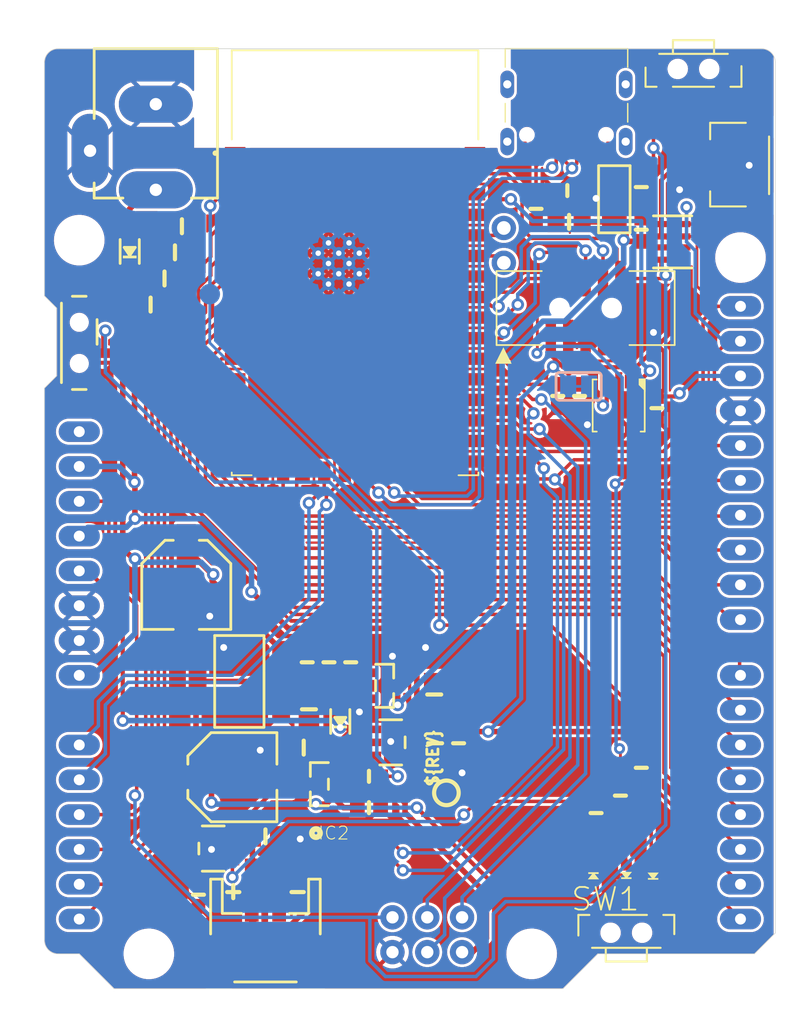
<source format=kicad_pcb>
(kicad_pcb (version 20221018) (generator pcbnew)
  (layers (0 "F.Cu" signal) (31 "B.Cu" signal) (34 "B.Paste" user) (35 "F.Paste" user) (36 "B.SilkS" user "B.Silkscreen") (37 "F.SilkS" user "F.Silkscreen") (38 "B.Mask" user) (39 "F.Mask" user) (44 "Edge.Cuts" user))
  (net 0 "")
  (net 1 "GND")
  (net 2 "RESET")
  (net 3 "SCK")
  (net 4 "MISO")
  (net 5 "MOSI")
  (net 6 "AD0")
  (net 7 "AD1")
  (net 8 "AD2")
  (net 9 "AD3")
  (net 10 "N$1")
  (net 11 "3.3V")
  (net 12 "VBUS")
  (net 13 "VBAT")
  (net 14 "TMS_D42")
  (net 15 "TCK")
  (net 16 "SDA")
  (net 17 "SCL")
  (net 18 "EN")
  (net 19 "N$4")
  (net 20 "N$6")
  (net 21 "N$9")
  (net 22 "VHIGH")
  (net 23 "AD4")
  (net 24 "TDO")
  (net 25 "N$3")
  (net 26 "NEOPIX")
  (net 27 "N$13")
  (net 28 "+5V")
  (net 29 "VIN")
  (net 30 "PWR")
  (net 31 "AD5")
  (net 32 "D13")
  (net 33 "D14")
  (net 34 "D15")
  (net 35 "D16")
  (net 36 "D21")
  (net 37 "D9")
  (net 38 "D8")
  (net 39 "D7")
  (net 40 "D10")
  (net 41 "D11")
  (net 42 "D12")
  (net 43 "D+")
  (net 44 "D-")
  (net 45 "N$2")
  (net 46 "N$7")
  (net 47 "N$8")
  (net 48 "TXD0")
  (net 49 "RXD0")
  (net 50 "TDI")
  (net 51 "BOOT0")
  (net 52 "IO38_DBLTAP")
  (net 53 "N$5")
  (net 54 "D6")
  (net 55 "D5")
  (footprint "working:1X08_OVALWAVE" (layer "F.Cu") (at 172.6311 125.3236 -90)
    (fp_text reference "IOL0" hide)
    (fp_text value "20610" hide)
  )
  (footprint "" (layer "F.Cu") (at 124.3711 84.6836)
    (fp_text reference "@HOLE3" hide)
    (fp_text value "")
  )
  (footprint "working:0805-NO" (layer "F.Cu") (at 150.2791 117.8306 90)
    (fp_text reference "C4" hide)
    (fp_text value "10µF")
  )
  (footprint "working:0805-NO" (layer "F.Cu") (at 160.1216 83.3501 180)
    (fp_text reference "C1" hide)
    (fp_text value "10uF")
  )
  (footprint "working:0805-NO" (layer "F.Cu") (at 150.3426 121.3866 -90)
    (fp_text reference "C13" hide)
    (fp_text value "10µF")
  )
  (footprint "working:MODULE_ESP32-S2-WROVER" (layer "F.Cu") (at 144.5006 86.3346)
    (fp_text reference "U3" hide)
    (fp_text value "ESP32-S2-WROVER")
  )
  (footprint "working:SOD-123" (layer "F.Cu") (at 128.0541 85.5091 90)
    (fp_text reference "D1" hide)
    (fp_text value "MBR540")
  )
  (footprint "working:CHIPLED_0603_NOOUTLINE" (layer "F.Cu") (at 161.8996 131.064)
    (fp_text reference "CHG1" hide)
    (fp_text value "ORANGE")
  )
  (footprint "working:0603-NO" (layer "F.Cu") (at 142.5956 115.4811 -90)
    (fp_text reference "R15" hide)
    (fp_text value "100K")
  )
  (footprint "working:0603-NO" (layer "F.Cu") (at 162.0901 126.4793 90)
    (fp_text reference "R2" hide)
    (fp_text value "10K")
  )
  (footprint "working:DCJACK_2MM_PTH" (layer "F.Cu") (at 129.9591 67.4116 -90)
    (fp_text reference "X5" hide)
    (fp_text value "2.1mm")
  )
  (footprint "working:0603-NO" (layer "F.Cu") (at 163.8681 125.2093 90)
    (fp_text reference "R9" hide)
    (fp_text value "10K")
  )
  (footprint "working:0603-NO" (layer "F.Cu") (at 152.0571 121.3866 -90)
    (fp_text reference "C5" hide)
    (fp_text value "0.1uF")
  )
  (footprint "working:PCBFEAT-REV-040" (layer "F.Cu") (at 151.1681 125.0061 -90)
    (fp_text reference "U$15" hide)
    (fp_text value "" hide)
  )
  (footprint "working:CHIPLED_0603_NOOUTLINE" (layer "F.Cu") (at 166.2557 131.0767 180)
    (fp_text reference "ON0" hide)
    (fp_text value "GREEN")
  )
  (footprint "working:0603-NO" (layer "F.Cu") (at 166.5351 96.9391 -90)
    (fp_text reference "C2" hide)
    (fp_text value "0.1uF")
  )
  (footprint "working:SOT23-R" (layer "F.Cu") (at 146.6596 117.1956 -90)
    (fp_text reference "Q2" hide)
    (fp_text value "DMG3415U-7")
  )
  (footprint "working:0805-NO" (layer "F.Cu") (at 131.8641 83.6676 180)
    (fp_text reference "C7" hide)
    (fp_text value "10µF")
  )
  (footprint "working:USB_C_CUSB31-CFM2AX-01-X" (layer "F.Cu") (at 159.9311 74.5236 180)
    (fp_text reference "X4" hide)
    (fp_text value "USB C")
  )
  (footprint "working:SOD-123" (layer "F.Cu") (at 143.4211 119.7991 90)
    (fp_text reference "D4" hide)
    (fp_text value "MBR540")
  )
  (footprint "working:0805-NO" (layer "F.Cu") (at 141.1351 118.9101 90)
    (fp_text reference "C3" hide)
    (fp_text value "10uF")
  )
  (footprint "working:PANASONIC_D" (layer "F.Cu") (at 135.5471 123.8631 180)
    (fp_text reference "PC2" hide)
    (fp_text value "47uF+/6.3V+")
  )
  (footprint "working:0603-NO" (layer "F.Cu") (at 165.3921 80.8101 -90)
    (fp_text reference "C14" hide)
    (fp_text value "1uF")
  )
  (footprint "" (layer "F.Cu") (at 157.3911 136.7536)
    (fp_text reference "@HOLE0" hide)
    (fp_text value "")
  )
  (footprint "working:SPDT_SMT_SSSS811101" (layer "F.Cu") (at 124.3711 92.1766 -90)
    (fp_text reference "SW4" hide)
    (fp_text value "SPDT R/A" hide)
  )
  (footprint "working:SPST_TACTILE_RA" (layer "F.Cu") (at 164.2999 134.9121)
    (fp_text reference "SW1")
    (fp_text value "RA_TACT" hide)
  )
  (footprint "working:0603-NO" (layer "F.Cu") (at 141.0081 115.4811 90)
    (fp_text reference "C12" hide)
    (fp_text value "0.1uF")
  )
  (footprint "working:FIDUCIAL_1MM" (layer "F.Cu") (at 126.5071 136.7456 -90)
    (fp_text reference "FD2" hide)
    (fp_text value "FIDUCIAL_1MM" hide)
  )
  (footprint "working:LED3535" (layer "F.Cu") (at 163.7411 96.7486 -90)
    (fp_text reference "LED1" hide)
    (fp_text value "WS2812B3535")
  )
  (footprint "working:0603-NO" (layer "F.Cu") (at 165.3921 83.9216 90)
    (fp_text reference "C15" hide)
    (fp_text value "0.1uF")
  )
  (footprint "working:JST_SH4" (layer "F.Cu") (at 172.6311 79.2226 90)
    (fp_text reference "CONN1" hide)
    (fp_text value "STEMMA_I2C_QT" hide)
  )
  (footprint "working:SOT223-R" (layer "F.Cu") (at 136.0551 116.8781 90)
    (fp_text reference "U1" hide)
    (fp_text value "NCP1117ST50T3G")
  )
  (footprint "working:FIDUCIAL_1MM" (layer "F.Cu") (at 173.9011 74.0156 -90)
    (fp_text reference "FD1" hide)
    (fp_text value "FIDUCIAL_1MM" hide)
  )
  (footprint "working:JSTPH2_BATT" (layer "F.Cu") (at 137.9601 135.8011 180)
    (fp_text reference "X1" hide)
    (fp_text value "JSTPH")
  )
  (footprint "working:ESP32S2_TOP" (layer "F.Cu") (at 121.8311 70.7136 -90)
    (fp_text reference "U$52" hide)
    (fp_text value "" hide)
  )
  (footprint "working:SOT23-5" (layer "F.Cu") (at 147.1041 121.3231 -90)
    (fp_text reference "U4" hide)
    (fp_text value "AP2112(3.3V)")
  )
  (footprint "working:1X10_OVALWAVE" (layer "F.Cu") (at 172.6311 100.9396 -90)
    (fp_text reference "IOH0" hide)
    (fp_text value "20611" hide)
  )
  (footprint "working:2X03_ROUND_70MIL" (layer "F.Cu") (at 149.7711 135.3566 180)
    (fp_text reference "ICSP0" hide)
    (fp_text value "3x2 M")
  )
  (footprint "working:0603-NO" (layer "F.Cu") (at 145.5166 126.0856 180)
    (fp_text reference "R14" hide)
    (fp_text value "100k")
  )
  (footprint "working:0805-NO" (layer "F.Cu") (at 131.3561 85.5726 180)
    (fp_text reference "C10" hide)
    (fp_text value "10µF")
  )
  (footprint "working:0603-NO" (layer "F.Cu") (at 165.3921 123.1773 90)
    (fp_text reference "R6" hide)
    (fp_text value "10K")
  )
  (footprint "working:FIDUCIAL_1MM" (layer "F.Cu") (at 123.7171 72.6656 -90)
    (fp_text reference "FD3" hide)
    (fp_text value "FIDUCIAL_1MM" hide)
  )
  (footprint "working:0603-NO" (layer "F.Cu") (at 145.5166 123.7996 180)
    (fp_text reference "R12" hide)
    (fp_text value "100K")
  )
  (footprint "working:0603-NO" (layer "F.Cu") (at 157.7086 82.3976 90)
    (fp_text reference "R3" hide)
    (fp_text value "5.1K")
  )
  (footprint "working:0603-NO" (layer "F.Cu") (at 159.9946 81.0641)
    (fp_text reference "R8" hide)
    (fp_text value "5.1K")
  )
  (footprint "working:0805-NO" (layer "F.Cu") (at 129.5781 89.3826 180)
    (fp_text reference "C18" hide)
    (fp_text value "10µF")
  )
  (footprint "working:0805-NO" (layer "F.Cu") (at 130.5941 87.4776 180)
    (fp_text reference "C17" hide)
    (fp_text value "10µF")
  )
  (footprint "working:2X05_1.27MM_BOX_POSTS" (layer "F.Cu") (at 161.3281 89.6366)
    (fp_text reference "X2" hide)
    (fp_text value "4u20317")
  )
  (footprint "working:SOT23-5" (layer "F.Cu") (at 134.1501 129.0701 90)
    (fp_text reference "U2" hide)
    (fp_text value "MCP73831T-2ACI/OT")
  )
  (footprint "working:0805-NO" (layer "F.Cu") (at 140.7541 121.7041 180)
    (fp_text reference "C11" hide)
    (fp_text value "10µF")
  )
  (footprint "working:0603-NO" (layer "F.Cu") (at 159.2961 96.0501 -90)
    (fp_text reference "C6" hide)
    (fp_text value "1uF")
  )
  (footprint "working:CHIPLED_0603_NOOUTLINE" (layer "F.Cu") (at 164.2999 131.0259 180)
    (fp_text reference "L0" hide)
    (fp_text value "RED")
  )
  (footprint "working:SPST_TACTILE_RA" (layer "F.Cu") (at 169.2021 72.4916 180)
    (fp_text reference "SW3" hide)
    (fp_text value "RA_TACT" hide)
  )
  (footprint "working:1X02_ROUND" (layer "F.Cu") (at 155.3591 85.0646 90)
    (fp_text reference "JP2" hide)
    (fp_text value "UART")
  )
  (footprint "working:0805-NO" (layer "F.Cu") (at 137.9601 128.1811)
    (fp_text reference "C8" hide)
    (fp_text value "10µF")
  )
  (footprint "working:1X08_OVALWAVE" (layer "F.Cu") (at 124.3711 107.5436 -90)
    (fp_text reference "POWER0" hide)
    (fp_text value "20610" hide)
  )
  (footprint "working:PANASONIC_D" (layer "F.Cu") (at 132.1816 109.8296 90)
    (fp_text reference "PC1" hide)
    (fp_text value "47uF/25V")
  )
  (footprint "working:SOT23-R" (layer "F.Cu") (at 141.8971 124.3711 90)
    (fp_text reference "Q1" hide)
    (fp_text value "DMG3415U-7")
  )
  (footprint "working:1206" (layer "F.Cu") (at 163.4236 81.6991 -90)
    (fp_text reference "F2" hide)
    (fp_text value "500mA")
  )
  (footprint "working:0603-NO" (layer "F.Cu") (at 160.8836 96.0501 90)
    (fp_text reference "R17" hide)
    (fp_text value "1Meg")
  )
  (footprint "" (layer "F.Cu") (at 172.6311 85.9536)
    (fp_text reference "@HOLE2" hide)
    (fp_text value "")
  )
  (footprint "" (layer "F.Cu") (at 129.4511 136.7536)
    (fp_text reference "@HOLE1" hide)
    (fp_text value "")
  )
  (footprint "working:0603-NO" (layer "F.Cu") (at 144.1831 115.4811 -90)
    (fp_text reference "R16" hide)
    (fp_text value "100K")
  )
  (footprint "working:0603-NO" (layer "F.Cu") (at 133.0706 132.4356 -90)
    (fp_text reference "R4" hide)
    (fp_text value "2.2K")
  )
  (footprint "working:1X06_OVALWAVE" (layer "F.Cu") (at 124.3711 127.8636 -90)
    (fp_text reference "AD0" hide)
    (fp_text value "20609" hide)
  )
  (footprint "working:RESPACK_4X0603" (layer "F.Cu") (at 167.6781 84.8106 90)
    (fp_text reference "R1" hide)
    (fp_text value "10K")
  )
  (footprint "working:WDFN8_3X4_0.65" (layer "F.Cu") (at 143.5481 129.6416)
    (fp_text reference "IC2")
    (fp_text value "LC709203F")
  )
  (footprint "working:ESP32S2_BOT" (layer "B.Cu") (at 121.8311 139.2936 90)
    (fp_text reference "U$53" hide)
    (fp_text value "" hide)
  )
  (footprint "working:SOLDERJUMPER_CLOSEDWIRE" (layer "B.Cu") (at 160.8201 95.3516 180)
    (fp_text reference "SJ1" hide)
    (fp_text value "")
  )
  (footprint "working:TESTPOINT_ROUND_1.5MM_NO" (layer "B.Cu") (at 133.8961 88.6206 180)
    (fp_text reference "TP1" hide)
    (fp_text value "" hide)
  )
  (gr_line (start 173.6471 136.7536) (end 162.2171 136.7536) (stroke (width 0.05)) (layer "Edge.Cuts"))
  (gr_line (start 121.8311 95.4786) (end 122.7201 94.5896) (stroke (width 0.05)) (layer "Edge.Cuts"))
  (gr_line (start 122.7201 94.5896) (end 122.7201 89.6366) (stroke (width 0.05)) (layer "Edge.Cuts"))
  (gr_arc (start 122.8311 136.7536) (mid 122.123993 136.460707) (end 121.8311 135.7536) (stroke (width 0.05)) (layer "Edge.Cuts"))
  (gr_arc (start 121.8311 71.7136) (mid 122.123993 71.006493) (end 122.8311 70.7136) (stroke (width 0.05)) (layer "Edge.Cuts"))
  (gr_line (start 175.1711 71.7136) (end 175.1711 135.2296) (stroke (width 0.05)) (layer "Edge.Cuts"))
  (gr_line (start 122.7201 89.6366) (end 121.8311 88.7476) (stroke (width 0.05)) (layer "Edge.Cuts"))
  (gr_line (start 122.8311 70.7136) (end 174.1711 70.7136) (stroke (width 0.05)) (layer "Edge.Cuts"))
  (gr_line (start 124.3711 136.7536) (end 122.8311 136.7536) (stroke (width 0.05)) (layer "Edge.Cuts"))
  (gr_line (start 121.8311 135.7536) (end 121.8311 95.4786) (stroke (width 0.05)) (layer "Edge.Cuts"))
  (gr_arc (start 174.1711 70.7136) (mid 174.878207 71.006493) (end 175.1711 71.7136) (stroke (width 0.05)) (layer "Edge.Cuts"))
  (gr_line (start 159.6771 139.2936) (end 126.9111 139.2936) (stroke (width 0.05)) (layer "Edge.Cuts"))
  (gr_line (start 175.1711 135.2296) (end 173.6471 136.7536) (stroke (width 0.05)) (layer "Edge.Cuts"))
  (gr_line (start 162.2171 136.7536) (end 159.6771 139.2936) (stroke (width 0.05)) (layer "Edge.Cuts"))
  (gr_line (start 121.8311 88.7476) (end 121.8311 71.7136) (stroke (width 0.05)) (layer "Edge.Cuts"))
  (gr_line (start 126.9111 139.2936) (end 124.3711 136.7536) (stroke (width 0.05)) (layer "Edge.Cuts"))
  (segment (start 140.3731 123.2916) (end 140.6271 123.2916) (width 0.4064) (layer "F.Cu") (net 1))
  (segment (start 142.0241 123.948338) (end 142.0241 124.5616) (width 0.4064) (layer "F.Cu") (net 1))
  (segment (start 141.5161 123.2916) (end 141.9827 123.7582) (width 0.4064) (layer "F.Cu") (net 1))
  (segment (start 129.6441 87.4776) (end 129.6441 88.0466) (width 0.4064) (layer "F.Cu") (net 1))
  (segment (start 139.8016 123.8631) (end 140.3731 123.2916) (width 0.4064) (layer "F.Cu") (net 1))
  (segment (start 129.6441 88.0466) (end 128.6281 89.0626) (width 0.4064) (layer "F.Cu") (net 1))
  (segment (start 141.9827 123.7582) (end 141.9827 123.906938) (width 0.4064) (layer "F.Cu") (net 1))
  (segment (start 139.8041 122.4686) (end 140.6271 123.2916) (width 0.4064) (layer "F.Cu") (net 1))
  (segment (start 140.6271 123.2916) (end 141.5161 123.2916) (width 0.4064) (layer "F.Cu") (net 1))
  (segment (start 138.2011 123.8631) (end 139.8016 123.8631) (width 0.4064) (layer "F.Cu") (net 1))
  (segment (start 139.8041 121.7041) (end 139.8041 122.4686) (width 0.4064) (layer "F.Cu") (net 1))
  (segment (start 141.9827 123.906938) (end 142.0241 123.948338) (width 0.4064) (layer "F.Cu") (net 1))
  (segment (start 128.6281 89.0626) (end 128.6281 89.3826) (width 0.4064) (layer "F.Cu") (net 1))
  (segment (start 130.4061 86.2686) (end 129.6441 87.0306) (width 0.4064) (layer "F.Cu") (net 1))
  (segment (start 130.4061 85.5726) (end 130.4061 86.2686) (width 0.4064) (layer "F.Cu") (net 1))
  (segment (start 129.6441 87.0306) (end 129.6441 87.4776) (width 0.4064) (layer "F.Cu") (net 1))
  (via (at 133.8961 112.1156) (size 0.9064) (drill 0.5) (layers "F.Cu" "B.Cu") (net 1))
  (via (at 144.8181 119.1006) (size 0.9064) (drill 0.5) (layers "F.Cu" "B.Cu") (net 1))
  (via (at 161.4551 98.1456) (size 0.9064) (drill 0.5) (layers "F.Cu" "B.Cu") (net 1))
  (via (at 147.2311 115.0366) (size 0.9064) (drill 0.5) (layers "F.Cu" "B.Cu") (net 1))
  (via (at 134.0231 129.1336) (size 0.9064) (drill 0.5) (layers "F.Cu" "B.Cu") (net 1))
  (via (at 166.2811 91.4146) (size 0.9064) (drill 0.5) (layers "F.Cu" "B.Cu") (net 1))
  (via (at 168.1861 81.0006) (size 0.9064) (drill 0.5) (layers "F.Cu" "B.Cu") (net 1))
  (via (at 134.9121 114.4016) (size 0.9064) (drill 0.5) (layers "F.Cu" "B.Cu") (net 1))
  (via (at 137.5791 121.8946) (size 0.9064) (drill 0.5) (layers "F.Cu" "B.Cu") (net 1))
  (via (at 162.0901 81.6356) (size 0.9064) (drill 0.5) (layers "F.Cu" "B.Cu") (net 1))
  (via (at 149.6441 114.4016) (size 0.9064) (drill 0.5) (layers "F.Cu" "B.Cu") (net 1))
  (via (at 140.5001 128.3716) (size 0.9064) (drill 0.5) (layers "F.Cu" "B.Cu") (net 1))
  (via (at 173.2661 79.2226) (size 0.9064) (drill 0.5) (layers "F.Cu" "B.Cu") (net 1))
  (via (at 152.3111 123.5456) (size 0.9064) (drill 0.5) (layers "F.Cu" "B.Cu") (net 1))
  (via (at 147.1041 121.2596) (size 0.9064) (drill 0.5) (layers "F.Cu" "B.Cu") (net 1))
  (segment (start 166.8281 86.8816) (end 167.1746 87.2281) (width 0.254) (layer "F.Cu") (net 2))
  (segment (start 126.1491 103.7336) (end 126.5301 104.1146) (width 0.254) (layer "F.Cu") (net 2))
  (segment (start 167.4331 87.4866) (end 167.1746 87.2281) (width 0.3048) (layer "F.Cu") (net 2))
  (segment (start 156.6926 80.9371) (end 156.6926 83.8581) (width 0.254) (layer "F.Cu") (net 2))
  (segment (start 166.8281 86.1106) (end 166.8281 86.8816) (width 0.254) (layer "F.Cu") (net 2))
  (segment (start 124.3711 103.7336) (end 126.1491 103.7336) (width 0.254) (layer "F.Cu") (net 2))
  (segment (start 126.5301 104.1146) (end 126.5301 109.3216) (width 0.254) (layer "F.Cu") (net 2))
  (segment (start 126.5301 109.3216) (end 128.5621 111.3536) (width 0.254) (layer "F.Cu") (net 2))
  (segment (start 167.4331 87.4866) (end 163.8681 87.4866) (width 0.254) (layer "F.Cu") (net 2))
  (segment (start 157.3911 84.5566) (end 162.8521 84.5566) (width 0.254) (layer "F.Cu") (net 2))
  (segment (start 165.3921 79.9601) (end 166.2811 79.0711) (width 0.254) (layer "F.Cu") (net 2))
  (segment (start 166.2811 77.9526) (end 166.2811 74.2126) (width 0.254) (layer "F.Cu") (net 2))
  (segment (start 163.6141 87.2326) (end 163.8681 87.4866) (width 0.254) (layer "F.Cu") (net 2))
  (segment (start 155.5901 79.8346) (end 156.6926 80.9371) (width 0.254) (layer "F.Cu") (net 2))
  (segment (start 128.5621 111.3536) (end 128.5621 125.0736) (width 0.254) (layer "F.Cu") (net 2))
  (segment (start 167.1021 73.3916) (end 166.2811 74.2126) (width 0.254) (layer "F.Cu") (net 2))
  (segment (start 156.6926 83.8581) (end 157.3911 84.5566) (width 0.254) (layer "F.Cu") (net 2))
  (segment (start 166.2811 79.0711) (end 166.2811 77.9526) (width 0.254) (layer "F.Cu") (net 2))
  (segment (start 153.2506 79.8346) (end 155.5901 79.8346) (width 0.254) (layer "F.Cu") (net 2))
  (segment (start 162.8521 84.5566) (end 163.6141 85.3186) (width 0.254) (layer "F.Cu") (net 2))
  (segment (start 128.5621 125.0736) (end 128.4391 125.1966) (width 0.254) (layer "F.Cu") (net 2))
  (segment (start 163.6141 87.2326) (end 163.6141 85.3186) (width 0.254) (layer "F.Cu") (net 2))
  (via (at 166.2811 77.9526) (size 0.889) (drill 0.4826) (layers "F.Cu" "B.Cu") (net 2))
  (via (at 128.4391 125.1966) (size 0.9064) (drill 0.5) (layers "F.Cu" "B.Cu") (net 2))
  (via (at 167.1746 87.2281) (size 0.9064) (drill 0.5) (layers "F.Cu" "B.Cu") (net 2))
  (segment (start 166.2811 77.9526) (end 166.9161 78.5876) (width 0.254) (layer "B.Cu") (net 2))
  (segment (start 167.1746 127.3511) (end 161.5821 132.9436) (width 0.254) (layer "B.Cu") (net 2))
  (segment (start 147.2311 134.0866) (end 145.5801 134.0866) (width 0.254) (layer "B.Cu") (net 2))
  (segment (start 145.5801 134.0866) (end 134.0231 134.0866) (width 0.254) (layer "B.Cu") (net 2))
  (segment (start 167.1746 87.2281) (end 166.9161 86.9696) (width 0.254) (layer "B.Cu") (net 2))
  (segment (start 146.7231 138.4046) (end 145.5801 137.2616) (width 0.254) (layer "B.Cu") (net 2))
  (segment (start 128.4391 128.5026) (end 134.0231 134.0866) (width 0.254) (layer "B.Cu") (net 2))
  (segment (start 154.5971 137.1346) (end 153.3271 138.4046) (width 0.254) (layer "B.Cu") (net 2))
  (segment (start 161.5821 132.9436) (end 155.4861 132.9436) (width 0.254) (layer "B.Cu") (net 2))
  (segment (start 153.3271 138.4046) (end 146.7231 138.4046) (width 0.254) (layer "B.Cu") (net 2))
  (segment (start 128.4391 125.1966) (end 128.4391 128.5026) (width 0.254) (layer "B.Cu") (net 2))
  (segment (start 167.1746 87.2281) (end 167.1746 127.3511) (width 0.254) (layer "B.Cu") (net 2))
  (segment (start 166.9161 86.9696) (end 166.9161 78.5876) (width 0.254) (layer "B.Cu") (net 2))
  (segment (start 154.5971 133.8326) (end 154.5971 137.1346) (width 0.254) (layer "B.Cu") (net 2))
  (segment (start 145.5801 137.2616) (end 145.5801 134.0866) (width 0.254) (layer "B.Cu") (net 2))
  (segment (start 155.4861 132.9436) (end 154.5971 133.8326) (width 0.254) (layer "B.Cu") (net 2))
  (segment (start 157.5181 97.0661) (end 156.7866 96.3346) (width 0.254) (layer "F.Cu") (net 3))
  (segment (start 153.2506 96.3346) (end 156.7866 96.3346) (width 0.254) (layer "F.Cu") (net 3))
  (segment (start 157.5181 97.3201) (end 157.5181 97.0661) (width 0.254) (layer "F.Cu") (net 3))
  (via (at 157.5181 97.3201) (size 0.9064) (drill 0.5) (layers "F.Cu" "B.Cu") (net 3))
  (segment (start 160.1851 101.8921) (end 160.1851 122.4026) (width 0.254) (layer "B.Cu") (net 3))
  (segment (start 160.1851 101.8921) (end 157.1371 98.8441) (width 0.254) (layer "B.Cu") (net 3))
  (segment (start 149.7711 132.8166) (end 149.7711 134.0866) (width 0.254) (layer "B.Cu") (net 3))
  (segment (start 157.5181 97.3201) (end 157.1371 97.7011) (width 0.254) (layer "B.Cu") (net 3))
  (segment (start 157.1371 97.7011) (end 157.1371 98.8441) (width 0.254) (layer "B.Cu") (net 3))
  (segment (start 160.1851 122.4026) (end 149.7711 132.8166) (width 0.254) (layer "B.Cu") (net 3))
  (segment (start 157.4546 96.3041) (end 156.1121 94.9616) (width 0.254) (layer "F.Cu") (net 4))
  (segment (start 156.1121 94.9616) (end 153.3776 94.9616) (width 0.254) (layer "F.Cu") (net 4))
  (segment (start 153.2506 94.8346) (end 153.3776 94.9616) (width 0.254) (layer "F.Cu") (net 4))
  (segment (start 157.4546 96.3041) (end 158.0896 96.3041) (width 0.254) (layer "F.Cu") (net 4))
  (via (at 158.0896 96.3041) (size 0.9064) (drill 0.5) (layers "F.Cu" "B.Cu") (net 4))
  (segment (start 152.3111 132.614519) (end 152.3111 134.0866) (width 0.254) (layer "B.Cu") (net 4))
  (segment (start 158.0896 96.3041) (end 158.2166 96.3041) (width 0.254) (layer "B.Cu") (net 4))
  (segment (start 161.3281 99.4156) (end 158.2166 96.3041) (width 0.254) (layer "B.Cu") (net 4))
  (segment (start 161.3281 123.597519) (end 152.3111 132.614519) (width 0.254) (layer "B.Cu") (net 4))
  (segment (start 161.3281 99.4156) (end 161.3281 123.597519) (width 0.254) (layer "B.Cu") (net 4))
  (segment (start 153.2506 97.8346) (end 156.0641 97.8346) (width 0.254) (layer "F.Cu") (net 5))
  (segment (start 156.6926 98.4631) (end 156.0641 97.8346) (width 0.254) (layer "F.Cu") (net 5))
  (segment (start 156.6926 98.4631) (end 157.9626 98.4631) (width 0.254) (layer "F.Cu") (net 5))
  (via (at 157.9626 98.4631) (size 0.9064) (drill 0.5) (layers "F.Cu" "B.Cu") (net 5))
  (segment (start 160.7566 101.2571) (end 160.7566 122.9741) (width 0.254) (layer "B.Cu") (net 5))
  (segment (start 157.9626 98.4631) (end 160.7566 101.2571) (width 0.254) (layer "B.Cu") (net 5))
  (segment (start 160.7566 122.9741) (end 151.0411 132.6896) (width 0.254) (layer "B.Cu") (net 5))
  (segment (start 151.0411 135.3566) (end 149.7711 136.6266) (width 0.254) (layer "B.Cu") (net 5))
  (segment (start 151.0411 132.6896) (end 151.0411 135.3566) (width 0.254) (layer "B.Cu") (net 5))
  (segment (start 142.2506 101.5846) (end 142.2506 102.7451) (width 0.254) (layer "F.Cu") (net 6))
  (segment (start 141.1351 103.8606) (end 142.2506 102.7451) (width 0.254) (layer "F.Cu") (net 6))
  (via (at 141.1351 103.8606) (size 0.9064) (drill 0.5) (layers "F.Cu" "B.Cu") (net 6))
  (segment (start 125.7681 118.3386) (end 127.6731 116.4336) (width 0.254) (layer "B.Cu") (net 6))
  (segment (start 141.1351 103.8606) (end 141.1351 110.8456) (width 0.254) (layer "B.Cu") (net 6))
  (segment (start 125.7681 120.1166) (end 124.3711 121.5136) (width 0.254) (layer "B.Cu") (net 6))
  (segment (start 141.1351 110.8456) (end 135.5471 116.4336) (width 0.254) (layer "B.Cu") (net 6))
  (segment (start 125.7681 120.1166) (end 125.7681 118.3386) (width 0.254) (layer "B.Cu") (net 6))
  (segment (start 135.5471 116.4336) (end 127.6731 116.4336) (width 0.254) (layer "B.Cu") (net 6))
  (segment (start 142.4051 103.9876) (end 142.4051 103.3526) (width 0.254) (layer "F.Cu") (net 7))
  (segment (start 142.4051 103.3526) (end 143.7506 102.0071) (width 0.254) (layer "F.Cu") (net 7))
  (segment (start 143.7506 101.5846) (end 143.7506 102.0071) (width 0.254) (layer "F.Cu") (net 7))
  (via (at 142.4051 103.9876) (size 0.9064) (drill 0.5) (layers "F.Cu" "B.Cu") (net 7))
  (segment (start 135.9281 116.9416) (end 127.9271 116.9416) (width 0.254) (layer "B.Cu") (net 7))
  (segment (start 142.4051 103.9876) (end 141.8971 104.4956) (width 0.254) (layer "B.Cu") (net 7))
  (segment (start 141.8971 110.9726) (end 141.8971 104.4956) (width 0.254) (layer "B.Cu") (net 7))
  (segment (start 126.2761 122.1486) (end 126.2761 118.5926) (width 0.254) (layer "B.Cu") (net 7))
  (segment (start 141.8971 110.9726) (end 135.9281 116.9416) (width 0.254) (layer "B.Cu") (net 7))
  (segment (start 126.2761 122.1486) (end 124.3711 124.0536) (width 0.254) (layer "B.Cu") (net 7))
  (segment (start 126.2761 118.5926) (end 127.9271 116.9416) (width 0.254) (layer "B.Cu") (net 7))
  (segment (start 133.9726 85.8826) (end 133.9726 84.3586) (width 0.254) (layer "F.Cu") (net 8))
  (segment (start 128.3335 126.5936) (end 129.2225 125.7046) (width 0.254) (layer "F.Cu") (net 8))
  (segment (start 129.2225 125.7046) (end 129.2225 92.7862) (width 0.254) (layer "F.Cu") (net 8))
  (segment (start 132.5756 89.4331) (end 132.5756 87.9146) (width 0.254) (layer "F.Cu") (net 8))
  (segment (start 132.5756 87.9146) (end 133.4646 87.0256) (width 0.254) (layer "F.Cu") (net 8))
  (segment (start 133.4646 87.0256) (end 133.4646 86.3906) (width 0.254) (layer "F.Cu") (net 8))
  (segment (start 129.2225 92.7862) (end 132.5756 89.4331) (width 0.254) (layer "F.Cu") (net 8))
  (segment (start 133.9726 84.3586) (end 135.4966 82.8346) (width 0.254) (layer "F.Cu") (net 8))
  (segment (start 124.3711 126.5936) (end 128.3335 126.5936) (width 0.254) (layer "F.Cu") (net 8))
  (segment (start 133.4646 86.3906) (end 133.9726 85.8826) (width 0.254) (layer "F.Cu") (net 8))
  (segment (start 135.7506 82.8346) (end 135.4966 82.8346) (width 0.254) (layer "F.Cu") (net 8))
  (segment (start 135.7506 84.3346) (end 135.4966 84.3346) (width 0.254) (layer "F.Cu") (net 9))
  (segment (start 133.9726 87.2556) (end 133.9726 86.6206) (width 0.254) (layer "F.Cu") (net 9))
  (segment (start 124.3711 129.1336) (end 127.6731 129.1336) (width 0.254) (layer "F.Cu") (net 9))
  (segment (start 134.4806 86.1126) (end 134.4806 85.3506) (width 0.254) (layer "F.Cu") (net 9))
  (segment (start 133.0836 89.6871) (end 133.0836 88.1446) (width 0.254) (layer "F.Cu") (net 9))
  (segment (start 127.6731 129.1336) (end 129.6797 127.127) (width 0.254) (layer "F.Cu") (net 9))
  (segment (start 133.9726 86.6206) (end 134.4806 86.1126) (width 0.254) (layer "F.Cu") (net 9))
  (segment (start 129.6797 127.127) (end 129.6797 93.091) (width 0.254) (layer "F.Cu") (net 9))
  (segment (start 133.0836 88.1446) (end 133.9726 87.2556) (width 0.254) (layer "F.Cu") (net 9))
  (segment (start 129.6797 93.091) (end 133.0836 89.6871) (width 0.254) (layer "F.Cu") (net 9))
  (segment (start 134.4806 85.3506) (end 135.4966 84.3346) (width 0.254) (layer "F.Cu") (net 9))
  (segment (start 164.2491 126.4403) (end 163.8681 126.0593) (width 0.254) (layer "F.Cu") (net 10))
  (segment (start 164.2999 130.2759) (end 164.2491 130.2759) (width 0.254) (layer "F.Cu") (net 10))
  (segment (start 164.2491 126.4403) (end 164.2491 130.2759) (width 0.254) (layer "F.Cu") (net 10))
  (segment (start 130.5281 89.3826) (end 130.5281 90.4646) (width 0.4064) (layer "F.Cu") (net 11))
  (segment (start 167.4241 88.4936) (end 167.4241 91.5416) (width 0.3048) (layer "F.Cu") (net 11))
  (segment (start 150.3426 118.8441) (end 150.2791 118.7806) (width 0.4064) (layer "F.Cu") (net 11))
  (segment (start 167.205993 84.4106) (end 167.7225 84.927107) (width 0.3048) (layer "F.Cu") (net 11))
  (segment (start 167.7225 85.582894) (end 168.250206 86.1106) (width 0.3048) (layer "F.Cu") (net 11))
  (segment (start 128.4057 102.3366) (end 128.4351 102.366) (width 0.4064) (layer "F.Cu") (net 11))
  (segment (start 158.7881 93.0656) (end 158.7881 91.7866) (width 0.3048) (layer "F.Cu") (net 11))
  (segment (start 152.0571 120.5366) (end 154.2161 120.5366) (width 0.4064) (layer "F.Cu") (net 11))
  (segment (start 166.5351 96.0891) (end 167.0431 95.5811) (width 0.3048) (layer "F.Cu") (net 11))
  (segment (start 166.8281 84.4106) (end 167.205993 84.4106) (width 0.3048) (layer "F.Cu") (net 11))
  (segment (start 165.44335 121.3113) (end 165.44335 122.27605) (width 0.4064) (layer "F.Cu") (net 11))
  (segment (start 132.0521 87.4776) (end 132.3061 87.2236) (width 0.4064) (layer "F.Cu") (net 11))
  (segment (start 168.250206 86.1106) (end 168.5281 86.1106) (width 0.3048) (layer "F.Cu") (net 11))
  (segment (start 151.9571 120.4366) (end 152.0571 120.5366) (width 0.4064) (layer "F.Cu") (net 11))
  (segment (start 150.3426 120.4366) (end 151.9571 120.4366) (width 0.4064) (layer "F.Cu") (net 11))
  (segment (start 166.8281 80.3266) (end 166.8281 83.5106) (width 0.3048) (layer "F.Cu") (net 11))
  (segment (start 168.5281 87.3896) (end 168.5281 86.1106) (width 0.3048) (layer "F.Cu") (net 11))
  (segment (start 128.4351 102.366) (end 128.4351 105.0036) (width 0.4064) (layer "F.Cu") (net 11))
  (segment (start 167.0431 95.5811) (end 167.0431 92.8116) (width 0.3048) (layer "F.Cu") (net 11))
  (segment (start 132.3061 87.2236) (end 132.3061 85.5726) (width 0.4064) (layer "F.Cu") (net 11))
  (segment (start 170.1171 79.7226) (end 167.4321 79.7226) (width 0.3048) (layer "F.Cu") (net 11))
  (segment (start 150.3426 120.4366) (end 150.3426 118.8441) (width 0.4064) (layer "F.Cu") (net 11))
  (segment (start 159.6771 93.9546) (end 159.2961 93.5736) (width 0.3048) (layer "F.Cu") (net 11))
  (segment (start 167.0431 92.8116) (end 166.5986 92.3671) (width 0.3048) (layer "F.Cu") (net 11))
  (segment (start 135.0621 79.8346) (end 132.8141 82.0826) (width 0.4064) (layer "F.Cu") (net 11))
  (segment (start 135.7506 79.8346) (end 135.0621 79.8346) (width 0.4064) (layer "F.Cu") (net 11))
  (segment (start 167.4241 88.4936) (end 168.5281 87.3896) (width 0.3048) (layer "F.Cu") (net 11))
  (segment (start 136.9441 110.3376) (end 139.6111 113.0046) (width 0.4064) (layer "F.Cu") (net 11))
  (segment (start 167.9566 96.0891) (end 166.5351 96.0891) (width 0.3048) (layer "F.Cu") (net 11))
  (segment (start 149.0091 120.3096) (end 148.8821 120.4366) (width 0.4064) (layer "F.Cu") (net 11))
  (segment (start 167.7225 84.927107) (end 167.7225 85.582894) (width 0.3048) (layer "F.Cu") (net 11))
  (segment (start 159.2961 93.5736) (end 158.7881 93.0656) (width 0.3048) (layer "F.Cu") (net 11))
  (segment (start 164.66865 120.5366) (end 165.44335 121.3113) (width 0.4064) (layer "F.Cu") (net 11))
  (segment (start 166.8281 83.5106) (end 166.8281 84.4106) (width 0.3048) (layer "F.Cu") (net 11))
  (segment (start 146.7231 113.0046) (end 149.0091 115.2906) (width 0.4064) (layer "F.Cu") (net 11))
  (segment (start 128.4057 92.587) (end 128.4057 102.3366) (width 0.4064) (layer "F.Cu") (net 11))
  (segment (start 154.2161 120.5366) (end 164.66865 120.5366) (width 0.4064) (layer "F.Cu") (net 11))
  (segment (start 167.4321 79.7226) (end 166.8281 80.3266) (width 0.3048) (layer "F.Cu") (net 11))
  (segment (start 168.1861 95.8596) (end 167.9566 96.0891) (width 0.3048) (layer "F.Cu") (net 11))
  (segment (start 148.8821 120.4366) (end 148.4677 120.4366) (width 0.4064) (layer "F.Cu") (net 11))
  (segment (start 150.3426 120.4366) (end 148.8821 120.4366) (width 0.4064) (layer "F.Cu") (net 11))
  (segment (start 132.8141 85.0646) (end 132.3061 85.5726) (width 0.4064) (layer "F.Cu") (net 11))
  (segment (start 130.5281 90.4646) (end 128.4057 92.587) (width 0.4064) (layer "F.Cu") (net 11))
  (segment (start 165.44335 122.27605) (end 165.3921 122.3273) (width 0.4064) (layer "F.Cu") (net 11))
  (segment (start 166.5986 92.3671) (end 165.0111 93.9546) (width 0.3048) (layer "F.Cu") (net 11))
  (segment (start 131.5441 88.3666) (end 130.5281 89.3826) (width 0.4064) (layer "F.Cu") (net 11))
  (segment (start 131.5441 87.4776) (end 131.5441 88.3666) (width 0.4064) (layer "F.Cu") (net 11))
  (segment (start 132.0521 87.4776) (end 131.5441 87.4776) (width 0.4064) (layer "F.Cu") (net 11))
  (segment (start 167.4241 91.5416) (end 166.5986 92.3671) (width 0.3048) (layer "F.Cu") (net 11))
  (segment (start 132.8141 82.0826) (end 132.8141 83.6676) (width 0.4064) (layer "F.Cu") (net 11))
  (segment (start 139.6111 113.0046) (end 146.7231 113.0046) (width 0.4064) (layer "F.Cu") (net 11))
  (segment (start 148.4677 120.4366) (end 148.4042 120.3731) (width 0.4064) (layer "F.Cu") (net 11))
  (segment (start 149.0091 115.2906) (end 149.0091 120.3096) (width 0.4064) (layer "F.Cu") (net 11))
  (segment (start 132.8141 85.0646) (end 132.8141 83.6676) (width 0.4064) (layer "F.Cu") (net 11))
  (segment (start 158.96105 93.90865) (end 159.2961 93.5736) (width 0.3048) (layer "F.Cu") (net 11))
  (segment (start 165.0111 93.9546) (end 159.6771 93.9546) (width 0.3048) (layer "F.Cu") (net 11))
  (via (at 136.9441 110.3376) (size 0.9064) (drill 0.5) (layers "F.Cu" "B.Cu") (net 11))
  (via (at 128.4351 105.0036) (size 0.9064) (drill 0.5) (layers "F.Cu" "B.Cu") (net 11))
  (via (at 158.96105 93.90865) (size 0.9064) (drill 0.5) (layers "F.Cu" "B.Cu") (net 11))
  (via (at 154.2161 120.5366) (size 0.9064) (drill 0.5) (layers "F.Cu" "B.Cu") (net 11))
  (via (at 128.4057 102.3366) (size 0.9064) (drill 0.5) (layers "F.Cu" "B.Cu") (net 11))
  (via (at 168.1861 95.8596) (size 0.9064) (drill 0.5) (layers "F.Cu" "B.Cu") (net 11))
  (segment (start 133.3881 105.0036) (end 136.9441 108.5596) (width 0.4064) (layer "B.Cu") (net 11))
  (segment (start 156.6291 118.1236) (end 154.2161 120.5366) (width 0.3048) (layer "B.Cu") (net 11))
  (segment (start 128.4351 105.0036) (end 127.8001 105.6386) (width 0.4064) (layer "B.Cu") (net 11))
  (segment (start 127.8001 105.6386) (end 125.0061 105.6386) (width 0.4064) (layer "B.Cu") (net 11))
  (segment (start 125.0061 105.6386) (end 124.3711 106.2736) (width 0.4064) (layer "B.Cu") (net 11))
  (segment (start 136.9441 108.5596) (end 136.9441 110.3376) (width 0.4064) (layer "B.Cu") (net 11))
  (segment (start 172.6311 94.5896) (end 169.4561 94.5896) (width 0.3048) (layer "B.Cu") (net 11))
  (segment (start 160.0581 95.0057) (end 158.96105 93.90865) (width 0.3048) (layer "B.Cu") (net 11))
  (segment (start 127.2627 101.1936) (end 124.3711 101.1936) (width 0.4064) (layer "B.Cu") (net 11))
  (segment (start 156.6291 96.2406) (end 156.6291 118.1236) (width 0.3048) (layer "B.Cu") (net 11))
  (segment (start 158.96105 93.90865) (end 156.6291 96.2406) (width 0.3048) (layer "B.Cu") (net 11))
  (segment (start 160.0581 95.3516) (end 160.0581 95.0057) (width 0.3048) (layer "B.Cu") (net 11))
  (segment (start 128.4057 102.3366) (end 127.2627 101.1936) (width 0.4064) (layer "B.Cu") (net 11))
  (segment (start 128.4351 105.0036) (end 133.3881 105.0036) (width 0.4064) (layer "B.Cu") (net 11))
  (segment (start 168.1861 95.8596) (end 169.4561 94.5896) (width 0.3048) (layer "B.Cu") (net 11))
  (segment (start 164.234859 84.7716) (end 165.3921 84.7716) (width 0.4064) (layer "F.Cu") (net 12))
  (segment (start 163.1726 83.3501) (end 161.0716 83.3501) (width 0.4064) (layer "F.Cu") (net 12))
  (segment (start 164.234859 84.7716) (end 164.2766 84.7501) (width 0.4064) (layer "F.Cu") (net 12))
  (segment (start 164.1087 83.7842) (end 164.1087 84.6836) (width 0.4064) (layer "F.Cu") (net 12))
  (segment (start 163.4236 83.0991) (end 164.1087 83.7842) (width 0.4064) (layer "F.Cu") (net 12))
  (segment (start 147.6121 118.5926) (end 147.6121 117.2431) (width 0.4064) (layer "F.Cu") (net 12))
  (segment (start 163.4236 83.0991) (end 164.2766 83.9521) (width 0.4064) (layer "F.Cu") (net 12))
  (segment (start 147.6121 117.2431) (end 147.6596 117.1956) (width 0.4064) (layer "F.Cu") (net 12))
  (segment (start 163.4236 83.0991) (end 163.1726 83.3501) (width 0.4064) (layer "F.Cu") (net 12))
  (segment (start 164.2766 84.7501) (end 164.2766 83.9521) (width 0.4064) (layer "F.Cu") (net 12))
  (via (at 164.1087 84.6836) (size 0.9064) (drill 0.5) (layers "F.Cu" "B.Cu") (net 12))
  (via (at 147.6121 118.5926) (size 0.9064) (drill 0.5) (layers "F.Cu" "B.Cu") (net 12))
  (segment (start 155.2321 110.9726) (end 155.2321 93.5736) (width 0.4064) (layer "B.Cu") (net 12))
  (segment (start 159.819587 90.5938) (end 164.022075 86.391313) (width 0.4064) (layer "B.Cu") (net 12))
  (segment (start 158.2119 90.5938) (end 159.819587 90.5938) (width 0.4064) (layer "B.Cu") (net 12))
  (segment (start 155.2321 93.5736) (end 158.2119 90.5938) (width 0.4064) (layer "B.Cu") (net 12))
  (segment (start 164.022075 86.391313) (end 164.1087 86.391313) (width 0.4064) (layer "B.Cu") (net 12))
  (segment (start 164.1087 86.391313) (end 164.1087 84.6836) (width 0.4064) (layer "B.Cu") (net 12))
  (segment (start 147.6121 118.5926) (end 155.2321 110.9726) (width 0.4064) (layer "B.Cu") (net 12))
  (segment (start 137.0101 128.1811) (end 137.0101 132.0511) (width 0.4064) (layer "F.Cu") (net 13))
  (segment (start 136.8221 126.5886) (end 136.8221 127.9931) (width 0.3048) (layer "F.Cu") (net 13))
  (segment (start 140.8971 124.3711) (end 140.6906 124.3711) (width 0.3048) (layer "F.Cu") (net 13))
  (segment (start 138.2141 125.1966) (end 136.8221 126.5886) (width 0.3048) (layer "F.Cu") (net 13))
  (segment (start 139.6111 134.8486) (end 140.9917 133.468) (width 0.4064) (layer "F.Cu") (net 13))
  (segment (start 136.8221 127.9931) (end 136.9491 128.1201) (width 0.4064) (layer "F.Cu") (net 13))
  (segment (start 141.229762 130.0352) (end 141.2495 130.0352) (width 0.4064) (layer "F.Cu") (net 13))
  (segment (start 140.9917 130.273263) (end 141.229762 130.0352) (width 0.4064) (layer "F.Cu") (net 13))
  (segment (start 136.9491 128.1201) (end 137.0101 128.1811) (width 0.4064) (layer "F.Cu") (net 13))
  (segment (start 136.9601 134.3566) (end 136.9601 132.1011) (width 0.4064) (layer "F.Cu") (net 13))
  (segment (start 141.2495 130.0352) (end 141.3181 129.9666) (width 0.4064) (layer "F.Cu") (net 13))
  (segment (start 139.8651 125.1966) (end 138.2141 125.1966) (width 0.3048) (layer "F.Cu") (net 13))
  (segment (start 137.4521 134.8486) (end 139.6111 134.8486) (width 0.4064) (layer "F.Cu") (net 13))
  (segment (start 141.3181 129.9666) (end 141.7481 129.9666) (width 0.4064) (layer "F.Cu") (net 13))
  (segment (start 137.0101 132.0511) (end 136.9601 132.1011) (width 0.4064) (layer "F.Cu") (net 13))
  (segment (start 139.8651 125.1966) (end 140.6906 124.3711) (width 0.3048) (layer "F.Cu") (net 13))
  (segment (start 137.4521 134.8486) (end 136.9601 134.3566) (width 0.4064) (layer "F.Cu") (net 13))
  (segment (start 135.4502 128.1201) (end 136.9491 128.1201) (width 0.4064) (layer "F.Cu") (net 13))
  (segment (start 140.9917 133.468) (end 140.9917 130.273263) (width 0.4064) (layer "F.Cu") (net 13))
  (segment (start 158.7881 87.4866) (end 157.0101 87.4866) (width 0.254) (layer "F.Cu") (net 14))
  (segment (start 154.7746 88.4776) (end 153.6316 87.3346) (width 0.254) (layer "F.Cu") (net 14))
  (segment (start 172.6311 99.6696) (end 170.2181 99.6696) (width 0.254) (layer "F.Cu") (net 14))
  (segment (start 163.8046 121.7803) (end 163.8681 121.8438) (width 0.2032) (layer "F.Cu") (net 14))
  (segment (start 157.8055 90.044194) (end 157.8055 92.9052) (width 0.2032) (layer "F.Cu") (net 14))
  (segment (start 156.0191 88.4776) (end 157.0101 87.4866) (width 0.254) (layer "F.Cu") (net 14))
  (segment (start 158.7881 87.4866) (end 158.7881 89.061594) (width 0.2032) (layer "F.Cu") (net 14))
  (segment (start 156.0191 88.4776) (end 154.7746 88.4776) (width 0.254) (layer "F.Cu") (net 14))
  (segment (start 158.7881 89.061594) (end 157.8055 90.044194) (width 0.2032) (layer "F.Cu") (net 14))
  (segment (start 153.2506 87.3346) (end 153.6316 87.3346) (width 0.254) (layer "F.Cu") (net 14))
  (segment (start 170.2181 99.6696) (end 167.4241 102.4636) (width 0.254) (layer "F.Cu") (net 14))
  (segment (start 157.7721 92.9386) (end 157.8055 92.9052) (width 0.2032) (layer "F.Cu") (net 14))
  (segment (start 163.8681 124.3593) (end 163.8681 121.8438) (width 0.2032) (layer "F.Cu") (net 14))
  (segment (start 167.4241 102.4636) (end 163.4871 102.4636) (width 0.254) (layer "F.Cu") (net 14))
  (via (at 163.4871 102.4636) (size 0.8001) (drill 0.3937) (layers "F.Cu" "B.Cu") (net 14))
  (via (at 163.8046 121.7803) (size 0.8001) (drill 0.3937) (layers "F.Cu" "B.Cu") (net 14))
  (via (at 157.7721 92.9386) (size 0.8001) (drill 0.3937) (layers "F.Cu" "B.Cu") (net 14))
  (segment (start 161.7091 92.4306) (end 163.9951 94.7166) (width 0.254) (layer "B.Cu") (net 14))
  (segment (start 157.7721 92.9386) (end 158.2801 92.4306) (width 0.254) (layer "B.Cu") (net 14))
  (segment (start 161.7091 92.4306) (end 158.2801 92.4306) (width 0.254) (layer "B.Cu") (net 14))
  (segment (start 163.9951 101.9556) (end 163.9951 94.7166) (width 0.254) (layer "B.Cu") (net 14))
  (segment (start 163.5506 121.5263) (end 163.8046 121.7803) (width 0.254) (layer "B.Cu") (net 14))
  (segment (start 163.5506 102.5271) (end 163.5506 121.5263) (width 0.254) (layer "B.Cu") (net 14))
  (segment (start 163.9951 101.9556) (end 163.4871 102.4636) (width 0.254) (layer "B.Cu") (net 14))
  (segment (start 163.5506 102.5271) (end 163.4871 102.4636) (width 0.254) (layer "B.Cu") (net 14))
  (segment (start 158.0692 85.5726) (end 159.6771 85.5726) (width 0.254) (layer "F.Cu") (net 15))
  (segment (start 155.2321 91.547) (end 155.3591 91.42) (width 0.254) (layer "F.Cu") (net 15))
  (segment (start 159.6771 85.5726) (end 160.0581 85.9536) (width 0.254) (layer "F.Cu") (net 15))
  (segment (start 157.9422 85.6996) (end 158.0692 85.5726) (width 0.254) (layer "F.Cu") (net 15))
  (segment (start 153.2506 91.8346) (end 155.2321 91.8346) (width 0.254) (layer "F.Cu") (net 15))
  (segment (start 160.0581 85.9536) (end 160.0581 87.4866) (width 0.254) (layer "F.Cu") (net 15))
  (segment (start 155.2321 91.8346) (end 155.2321 91.547) (width 0.254) (layer "F.Cu") (net 15))
  (via (at 157.9422 85.6996) (size 0.9064) (drill 0.5) (layers "F.Cu" "B.Cu") (net 15))
  (via (at 155.3591 91.42) (size 0.9064) (drill 0.5) (layers "F.Cu" "B.Cu") (net 15))
  (segment (start 157.6451 89.261) (end 157.6451 85.9967) (width 0.254) (layer "B.Cu") (net 15))
  (segment (start 157.9422 85.6996) (end 157.6451 85.9967) (width 0.254) (layer "B.Cu") (net 15))
  (segment (start 155.4861 91.42) (end 157.6451 89.261) (width 0.254) (layer "B.Cu") (net 15))
  (segment (start 155.3591 91.42) (end 155.4861 91.42) (width 0.254) (layer "B.Cu") (net 15))
  (segment (start 172.6311 92.0496) (end 171.7421 92.0496) (width 0.254) (layer "F.Cu") (net 16))
  (segment (start 170.1171 78.7226) (end 171.1151 78.7226) (width 0.254) (layer "F.Cu") (net 16))
  (segment (start 160.4772 100.7076) (end 159.0802 102.1046) (width 0.254) (layer "F.Cu") (net 16))
  (segment (start 170.7261 93.0656) (end 171.7421 92.0496) (width 0.254) (layer "F.Cu") (net 16))
  (segment (start 169.474518 83.5106) (end 168.5281 83.5106) (width 0.254) (layer "F.Cu") (net 16))
  (segment (start 168.5281 83.5106) (end 168.6941 83.3446) (width 0.254) (layer "F.Cu") (net 16))
  (segment (start 159.0802 102.1046) (end 154.5206 102.1046) (width 0.254) (layer "F.Cu") (net 16))
  (segment (start 145.3481 129.3166) (end 146.6521 129.3166) (width 0.254) (layer "F.Cu") (net 16))
  (segment (start 170.7261 97.3836) (end 167.4021 100.7076) (width 0.254) (layer "F.Cu") (net 16))
  (segment (start 167.4021 100.7076) (end 160.4772 100.7076) (width 0.254) (layer "F.Cu") (net 16))
  (segment (start 146.6521 129.3166) (end 147.9931 130.6576) (width 0.254) (layer "F.Cu") (net 16))
  (segment (start 159.0802 102.1413) (end 159.0802 102.1046) (width 0.254) (layer "F.Cu") (net 16))
  (segment (start 171.2341 78.8416) (end 171.2341 81.7626) (width 0.254) (layer "F.Cu") (net 16))
  (segment (start 169.601518 83.3836) (end 169.474518 83.5106) (width 0.254) (layer "F.Cu") (net 16))
  (segment (start 171.1151 78.7226) (end 171.2341 78.8416) (width 0.254) (layer "F.Cu") (net 16))
  (segment (start 169.6131 83.3836) (end 169.601518 83.3836) (width 0.254) (layer "F.Cu") (net 16))
  (segment (start 168.6941 83.3446) (end 168.6941 82.2706) (width 0.254) (layer "F.Cu") (net 16))
  (segment (start 153.2506 100.8346) (end 154.5206 102.1046) (width 0.254) (layer "F.Cu") (net 16))
  (segment (start 170.7261 97.3836) (end 170.7261 93.0656) (width 0.254) (layer "F.Cu") (net 16))
  (segment (start 171.2341 81.7626) (end 169.6131 83.3836) (width 0.254) (layer "F.Cu") (net 16))
  (via (at 168.6941 82.2706) (size 0.889) (drill 0.4826) (layers "F.Cu" "B.Cu") (net 16))
  (via (at 147.9931 130.6576) (size 0.889) (drill 0.4826) (layers "F.Cu" "B.Cu") (net 16))
  (via (at 159.0802 102.1413) (size 0.889) (drill 0.4826) (layers "F.Cu" "B.Cu") (net 16))
  (segment (start 168.6941 84.8106) (end 169.3291 85.4456) (width 0.254) (layer "B.Cu") (net 16))
  (segment (start 171.3611 92.0496) (end 172.6311 92.0496) (width 0.254) (layer "B.Cu") (net 16))
  (segment (start 159.7279 121.8438) (end 159.7279 102.789) (width 0.254) (layer "B.Cu") (net 16))
  (segment (start 150.9141 130.6576) (end 159.7279 121.8438) (width 0.254) (layer "B.Cu") (net 16))
  (segment (start 169.3291 90.0176) (end 171.3611 92.0496) (width 0.254) (layer "B.Cu") (net 16))
  (segment (start 159.7279 102.789) (end 159.0802 102.1413) (width 0.254) (layer "B.Cu") (net 16))
  (segment (start 168.6941 82.2706) (end 168.6941 84.8106) (width 0.254) (layer "B.Cu") (net 16))
  (segment (start 169.3291 85.4456) (end 169.3291 90.0176) (width 0.254) (layer "B.Cu") (net 16))
  (segment (start 147.9931 130.6576) (end 150.9141 130.6576) (width 0.254) (layer "B.Cu") (net 16))
  (segment (start 157.6451 100.0966) (end 154.9016 100.0966) (width 0.254) (layer "F.Cu") (net 17))
  (segment (start 170.9166 89.5096) (end 172.6311 89.5096) (width 0.254) (layer "F.Cu") (net 17))
  (segment (start 169.9006 90.5256) (end 170.9166 89.5096) (width 0.254) (layer "F.Cu") (net 17))
  (segment (start 169.9006 97.1931) (end 169.9006 90.5256) (width 0.254) (layer "F.Cu") (net 17))
  (segment (start 166.9971 100.0966) (end 169.9006 97.1931) (width 0.254) (layer "F.Cu") (net 17))
  (segment (start 170.1171 77.7226) (end 171.0041 77.7226) (width 0.254) (layer "F.Cu") (net 17))
  (segment (start 169.4561 88.0491) (end 169.4561 84.5566) (width 0.2032) (layer "F.Cu") (net 17))
  (segment (start 169.3101 84.4106) (end 168.5281 84.4106) (width 0.2032) (layer "F.Cu") (net 17))
  (segment (start 157.6451 100.0966) (end 157.6451 100.6949) (width 0.254) (layer "F.Cu") (net 17))
  (segment (start 169.7909 83.8408) (end 169.3481 84.2836) (width 0.254) (layer "F.Cu") (net 17))
  (segment (start 169.3481 84.2836) (end 169.3101 84.3216) (width 0.2032) (layer "F.Cu") (net 17))
  (segment (start 153.2506 99.3346) (end 154.1396 99.3346) (width 0.254) (layer "F.Cu") (net 17))
  (segment (start 171.7421 78.4606) (end 171.7421 81.901182) (width 0.254) (layer "F.Cu") (net 17))
  (segment (start 147.9931 129.3876) (end 147.2721 128.6666) (width 0.254) (layer "F.Cu") (net 17))
  (segment (start 169.3101 84.3216) (end 169.3101 84.4106) (width 0.2032) (layer "F.Cu") (net 17))
  (segment (start 169.802481 83.8408) (end 169.7909 83.8408) (width 0.254) (layer "F.Cu") (net 17))
  (segment (start 171.0041 77.7226) (end 171.7421 78.4606) (width 0.254) (layer "F.Cu") (net 17))
  (segment (start 171.7421 81.901182) (end 169.802481 83.8408) (width 0.254) (layer "F.Cu") (net 17))
  (segment (start 169.4561 84.5566) (end 169.3101 84.4106) (width 0.2032) (layer "F.Cu") (net 17))
  (segment (start 169.4561 88.0491) (end 170.9166 89.5096) (width 0.2032) (layer "F.Cu") (net 17))
  (segment (start 166.9971 100.0966) (end 157.6451 100.0966) (width 0.254) (layer "F.Cu") (net 17))
  (segment (start 157.6451 100.6949) (end 158.2801 101.3299) (width 0.254) (layer "F.Cu") (net 17))
  (segment (start 154.9016 100.0966) (end 154.1396 99.3346) (width 0.254) (layer "F.Cu") (net 17))
  (segment (start 147.2721 128.6666) (end 145.3481 128.6666) (width 0.254) (layer "F.Cu") (net 17))
  (via (at 147.9931 129.3876) (size 0.889) (drill 0.4826) (layers "F.Cu" "B.Cu") (net 17))
  (via (at 158.2801 101.3299) (size 0.889) (drill 0.4826) (layers "F.Cu" "B.Cu") (net 17))
  (segment (start 151.537518 129.3876) (end 147.9931 129.3876) (width 0.254) (layer "B.Cu") (net 17))
  (segment (start 158.2801 102.4636) (end 159.2707 103.4542) (width 0.254) (layer "B.Cu") (net 17))
  (segment (start 159.2707 103.4542) (end 159.2707 121.654419) (width 0.254) (layer "B.Cu") (net 17))
  (segment (start 159.2707 121.654419) (end 151.537518 129.3876) (width 0.254) (layer "B.Cu") (net 17))
  (segment (start 158.2801 101.3299) (end 158.2801 102.4636) (width 0.254) (layer "B.Cu") (net 17))
  (segment (start 145.804 122.2731) (end 146.3666 122.8357) (width 0.254) (layer "F.Cu") (net 18))
  (segment (start 146.3666 123.6726) (end 146.3666 123.7996) (width 0.254) (layer "F.Cu") (net 18))
  (segment (start 126.1211 91.4426) (end 126.2761 91.2876) (width 0.3048) (layer "F.Cu") (net 18))
  (segment (start 146.4936 123.7996) (end 146.3666 123.6726) (width 0.254) (layer "F.Cu") (net 18))
  (segment (start 147.6121 123.7996) (end 146.4936 123.7996) (width 0.254) (layer "F.Cu") (net 18))
  (segment (start 126.1211 92.9266) (end 126.1211 91.4426) (width 0.3048) (layer "F.Cu") (net 18))
  (segment (start 146.3666 122.8357) (end 146.3666 123.6726) (width 0.254) (layer "F.Cu") (net 18))
  (via (at 126.2761 91.2876) (size 0.9064) (drill 0.5) (layers "F.Cu" "B.Cu") (net 18))
  (via (at 147.6121 123.7996) (size 0.9064) (drill 0.5) (layers "F.Cu" "B.Cu") (net 18))
  (segment (start 146.0881 122.2756) (end 147.6121 123.7996) (width 0.254) (layer "B.Cu") (net 18))
  (segment (start 126.2761 94.3356) (end 134.2771 102.3366) (width 0.254) (layer "B.Cu") (net 18))
  (segment (start 146.0881 105.7656) (end 146.0881 122.2756) (width 0.254) (layer "B.Cu") (net 18))
  (segment (start 126.2761 91.2876) (end 126.2761 94.3356) (width 0.254) (layer "B.Cu") (net 18))
  (segment (start 142.6591 102.3366) (end 146.0881 105.7656) (width 0.254) (layer "B.Cu") (net 18))
  (segment (start 134.2771 102.3366) (end 142.6591 102.3366) (width 0.254) (layer "B.Cu") (net 18))
  (segment (start 162.101596 130.112004) (end 161.8996 130.314) (width 0.3048) (layer "F.Cu") (net 19))
  (segment (start 162.0901 127.3293) (end 162.101596 127.340797) (width 0.254) (layer "F.Cu") (net 19))
  (segment (start 162.101596 127.340797) (end 162.101596 130.112004) (width 0.3048) (layer "F.Cu") (net 19))
  (segment (start 162.0901 125.6293) (end 153.4024 125.6293) (width 0.254) (layer "F.Cu") (net 20))
  (segment (start 135.5471 131.1656) (end 135.5471 130.117) (width 0.254) (layer "F.Cu") (net 20))
  (segment (start 135.5471 130.117) (end 135.4502 130.0201) (width 0.254) (layer "F.Cu") (net 20))
  (segment (start 152.4381 126.5936) (end 153.4024 125.6293) (width 0.254) (layer "F.Cu") (net 20))
  (via (at 135.5471 131.1656) (size 0.9064) (drill 0.5) (layers "F.Cu" "B.Cu") (net 20))
  (via (at 152.4381 126.5936) (size 0.9064) (drill 0.5) (layers "F.Cu" "B.Cu") (net 20))
  (segment (start 152.4381 126.5936) (end 151.9301 127.1016) (width 0.254) (layer "B.Cu") (net 20))
  (segment (start 151.9301 127.1016) (end 139.6111 127.1016) (width 0.254) (layer "B.Cu") (net 20))
  (segment (start 139.6111 127.1016) (end 135.5471 131.1656) (width 0.254) (layer "B.Cu") (net 20))
  (segment (start 132.85 131.580657) (end 133.0706 131.5856) (width 0.3048) (layer "F.Cu") (net 21))
  (segment (start 132.85 130.0201) (end 132.85 131.580657) (width 0.3048) (layer "F.Cu") (net 21))
  (segment (start 148.1495 126.441663) (end 154.0891 132.381263) (width 0.4064) (layer "F.Cu") (net 22))
  (segment (start 127.5461 111.3536) (end 125.0061 108.8136) (width 0.3048) (layer "F.Cu") (net 22))
  (segment (start 127.5461 119.7356) (end 127.5461 111.3536) (width 0.3048) (layer "F.Cu") (net 22))
  (segment (start 143.4211 120.2436) (end 143.9291 120.2436) (width 0.4064) (layer "F.Cu") (net 22))
  (segment (start 143.4211 121.2596) (end 143.4211 121.6491) (width 0.4064) (layer "F.Cu") (net 22))
  (segment (start 153.0731 136.6266) (end 152.3111 136.6266) (width 0.4064) (layer "F.Cu") (net 22))
  (segment (start 125.0061 108.8136) (end 124.3711 108.8136) (width 0.3048) (layer "F.Cu") (net 22))
  (segment (start 154.0891 132.381263) (end 154.0891 135.6106) (width 0.4064) (layer "F.Cu") (net 22))
  (segment (start 142.8971 123.4211) (end 143.4211 123.4211) (width 0.4064) (layer "F.Cu") (net 22))
  (segment (start 143.4211 121.6491) (end 143.4211 121.7676) (width 0.4064) (layer "F.Cu") (net 22))
  (segment (start 148.1495 125.734) (end 148.1495 126.441663) (width 0.4064) (layer "F.Cu") (net 22))
  (segment (start 145.804 120.3731) (end 144.3076 120.3731) (width 0.4064) (layer "F.Cu") (net 22))
  (segment (start 143.4211 123.4211) (end 144.2881 123.4211) (width 0.4064) (layer "F.Cu") (net 22))
  (segment (start 144.1831 120.4976) (end 143.4211 121.2596) (width 0.4064) (layer "F.Cu") (net 22))
  (segment (start 147.3581 124.9426) (end 148.1495 125.734) (width 0.4064) (layer "F.Cu") (net 22))
  (segment (start 154.0891 135.6106) (end 153.0731 136.6266) (width 0.4064) (layer "F.Cu") (net 22))
  (segment (start 143.4211 121.7676) (end 143.4211 123.4211) (width 0.4064) (layer "F.Cu") (net 22))
  (segment (start 145.0721 124.9426) (end 147.3581 124.9426) (width 0.4064) (layer "F.Cu") (net 22))
  (segment (start 144.6666 124.5371) (end 145.0721 124.9426) (width 0.4064) (layer "F.Cu") (net 22))
  (segment (start 144.6666 123.7996) (end 144.6666 124.5371) (width 0.4064) (layer "F.Cu") (net 22))
  (segment (start 143.3576 121.7041) (end 143.4211 121.7676) (width 0.4064) (layer "F.Cu") (net 22))
  (segment (start 144.3076 120.3731) (end 144.1831 120.4976) (width 0.4064) (layer "F.Cu") (net 22))
  (segment (start 143.9291 120.2436) (end 144.1831 120.4976) (width 0.4064) (layer "F.Cu") (net 22))
  (segment (start 141.7041 121.7041) (end 143.3576 121.7041) (width 0.4064) (layer "F.Cu") (net 22))
  (segment (start 144.2881 123.4211) (end 144.6666 123.7996) (width 0.4064) (layer "F.Cu") (net 22))
  (via (at 143.4211 120.2436) (size 0.9064) (drill 0.5) (layers "F.Cu" "B.Cu") (net 22))
  (via (at 127.5461 119.7356) (size 0.9064) (drill 0.5) (layers "F.Cu" "B.Cu") (net 22))
  (segment (start 143.4211 120.2436) (end 142.9131 119.7356) (width 0.4064) (layer "B.Cu") (net 22))
  (segment (start 142.9131 119.7356) (end 127.5461 119.7356) (width 0.4064) (layer "B.Cu") (net 22))
  (segment (start 133.5916 88.3746) (end 134.4806 87.4856) (width 0.254) (layer "F.Cu") (net 23))
  (segment (start 130.1369 93.3958) (end 130.1369 127.6858) (width 0.254) (layer "F.Cu") (net 23))
  (segment (start 130.1369 93.3958) (end 133.5916 89.9411) (width 0.254) (layer "F.Cu") (net 23))
  (segment (start 130.1369 127.6858) (end 126.1491 131.6736) (width 0.254) (layer "F.Cu") (net 23))
  (segment (start 135.7506 85.8346) (end 135.4966 85.8346) (width 0.254) (layer "F.Cu") (net 23))
  (segment (start 126.1491 131.6736) (end 124.3711 131.6736) (width 0.254) (layer "F.Cu") (net 23))
  (segment (start 134.4806 86.8506) (end 135.4966 85.8346) (width 0.254) (layer "F.Cu") (net 23))
  (segment (start 134.4806 87.4856) (end 134.4806 86.8506) (width 0.254) (layer "F.Cu") (net 23))
  (segment (start 133.5916 89.9411) (end 133.5916 88.3746) (width 0.254) (layer "F.Cu") (net 23))
  (segment (start 161.3281 85.4456) (end 161.3281 87.4866) (width 0.254) (layer "F.Cu") (net 24))
  (segment (start 155.1691 90.5886) (end 156.3751 89.3826) (width 0.254) (layer "F.Cu") (net 24))
  (segment (start 153.2506 90.3346) (end 153.5046 90.5886) (width 0.254) (layer "F.Cu") (net 24))
  (segment (start 155.1691 90.5886) (end 153.5046 90.5886) (width 0.254) (layer "F.Cu") (net 24))
  (via (at 161.3281 85.4456) (size 0.9064) (drill 0.5) (layers "F.Cu" "B.Cu") (net 24))
  (via (at 156.3751 89.3826) (size 0.9064) (drill 0.5) (layers "F.Cu" "B.Cu") (net 24))
  (segment (start 156.3751 88.6206) (end 157.1371 87.8586) (width 0.254) (layer "B.Cu") (net 24))
  (segment (start 160.7693 84.8868) (end 161.3281 85.4456) (width 0.254) (layer "B.Cu") (net 24))
  (segment (start 157.6324 84.8868) (end 160.7693 84.8868) (width 0.254) (layer "B.Cu") (net 24))
  (segment (start 157.1371 85.3821) (end 157.6324 84.8868) (width 0.254) (layer "B.Cu") (net 24))
  (segment (start 156.3751 89.3826) (end 156.3751 88.6206) (width 0.254) (layer "B.Cu") (net 24))
  (segment (start 157.1371 87.8586) (end 157.1371 85.3821) (width 0.254) (layer "B.Cu") (net 24))
  (segment (start 165.3921 125.056) (end 165.3921 124.0273) (width 0.254) (layer "F.Cu") (net 25))
  (segment (start 166.2557 130.3267) (end 166.116 130.187) (width 0.254) (layer "F.Cu") (net 25))
  (segment (start 166.116 125.7799) (end 165.3921 125.056) (width 0.254) (layer "F.Cu") (net 25))
  (segment (start 166.116 125.7799) (end 166.116 130.187) (width 0.254) (layer "F.Cu") (net 25))
  (segment (start 155.1686 81.6991) (end 155.8671 81.6991) (width 0.3048) (layer "F.Cu") (net 26))
  (segment (start 166.0271 94.2086) (end 165.2371 94.9986) (width 0.3048) (layer "F.Cu") (net 26))
  (segment (start 165.2371 94.9986) (end 164.6161 94.9986) (width 0.3048) (layer "F.Cu") (net 26))
  (segment (start 154.0331 82.8346) (end 155.1686 81.6991) (width 0.3048) (layer "F.Cu") (net 26))
  (segment (start 153.2506 82.8346) (end 154.0331 82.8346) (width 0.3048) (layer "F.Cu") (net 26))
  (via (at 166.0271 94.2086) (size 0.9064) (drill 0.5) (layers "F.Cu" "B.Cu") (net 26))
  (via (at 155.8671 81.6991) (size 0.9064) (drill 0.5) (layers "F.Cu" "B.Cu") (net 26))
  (segment (start 166.0271 94.2086) (end 165.3921 93.5736) (width 0.3048) (layer "B.Cu") (net 26))
  (segment (start 165.3921 93.5736) (end 165.3921 83.2866) (width 0.3048) (layer "B.Cu") (net 26))
  (segment (start 155.8671 81.6991) (end 157.4546 83.2866) (width 0.3048) (layer "B.Cu") (net 26))
  (segment (start 157.4546 83.2866) (end 165.3921 83.2866) (width 0.3048) (layer "B.Cu") (net 26))
  (segment (start 163.1666 80.2991) (end 163.4236 80.2991) (width 0.254) (layer "F.Cu") (net 27))
  (segment (start 161.093575 76.3016) (end 162.1488 77.356825) (width 0.254) (layer "F.Cu") (net 27))
  (segment (start 157.7471 77.286038) (end 157.7471 77.2156) (width 0.254) (layer "F.Cu") (net 27))
  (segment (start 157.5311 78.0686) (end 157.5311 77.502038) (width 0.254) (layer "F.Cu") (net 27))
  (segment (start 162.3311 79.4636) (end 163.1666 80.2991) (width 0.254) (layer "F.Cu") (net 27))
  (segment (start 157.7471 77.2156) (end 158.6611 76.3016) (width 0.254) (layer "F.Cu") (net 27))
  (segment (start 162.1488 77.8863) (end 162.3311 78.0686) (width 0.254) (layer "F.Cu") (net 27))
  (segment (start 162.3311 78.0686) (end 162.3311 79.4636) (width 0.254) (layer "F.Cu") (net 27))
  (segment (start 158.6611 76.3016) (end 161.093575 76.3016) (width 0.254) (layer "F.Cu") (net 27))
  (segment (start 157.5311 77.502038) (end 157.7471 77.286038) (width 0.254) (layer "F.Cu") (net 27))
  (segment (start 162.1488 77.356825) (end 162.1488 77.8863) (width 0.254) (layer "F.Cu") (net 27))
  (segment (start 141.6431 125.8316) (end 142.3866 125.8316) (width 0.4064) (layer "F.Cu") (net 28))
  (segment (start 161.388618 131.6736) (end 154.5971 131.6736) (width 0.3048) (layer "F.Cu") (net 28))
  (segment (start 141.1351 117.9601) (end 143.4101 117.9601) (width 0.4064) (layer "F.Cu") (net 28))
  (segment (start 132.85 123.9062) (end 132.85 128.1201) (width 0.4064) (layer "F.Cu") (net 28))
  (segment (start 143.4101 117.9601) (end 143.4211 117.9491) (width 0.4064) (layer "F.Cu") (net 28))
  (segment (start 139.1051 116.8781) (end 133.0051 116.8781) (width 0.4064) (layer "F.Cu") (net 28))
  (segment (start 133.0051 116.8781) (end 132.8931 116.9901) (width 0.4064) (layer "F.Cu") (net 28))
  (segment (start 161.529018 131.814) (end 161.388618 131.6736) (width 0.3048) (layer "F.Cu") (net 28))
  (segment (start 139.1051 116.8781) (end 140.1871 117.9601) (width 0.4064) (layer "F.Cu") (net 28))
  (segment (start 132.8931 123.8631) (end 134.0231 124.9931) (width 0.4064) (layer "F.Cu") (net 28))
  (segment (start 144.6666 126.0856) (end 143.6616 126.0856) (width 0.4064) (layer "F.Cu") (net 28))
  (segment (start 140.1871 117.9601) (end 141.1351 117.9601) (width 0.4064) (layer "F.Cu") (net 28))
  (segment (start 161.8996 131.814) (end 161.529018 131.814) (width 0.3048) (layer "F.Cu") (net 28))
  (segment (start 143.4211 117.9491) (end 145.4631 117.9491) (width 0.4064) (layer "F.Cu") (net 28))
  (segment (start 142.3866 125.8316) (end 142.8971 125.3211) (width 0.4064) (layer "F.Cu") (net 28))
  (segment (start 132.8931 123.8631) (end 132.85 123.9062) (width 0.4064) (layer "F.Cu") (net 28))
  (segment (start 145.4631 117.9491) (end 145.6596 118.1456) (width 0.4064) (layer "F.Cu") (net 28))
  (segment (start 134.0231 124.9931) (end 134.0231 125.7046) (width 0.4064) (layer "F.Cu") (net 28))
  (segment (start 143.6616 126.0856) (end 142.8971 125.3211) (width 0.4064) (layer "F.Cu") (net 28))
  (segment (start 154.5971 131.6736) (end 149.0091 126.0856) (width 0.3048) (layer "F.Cu") (net 28))
  (segment (start 132.8931 116.9901) (end 132.8931 123.8631) (width 0.4064) (layer "F.Cu") (net 28))
  (via (at 149.0091 126.0856) (size 0.9064) (drill 0.5) (layers "F.Cu" "B.Cu") (net 28))
  (via (at 134.0231 125.7046) (size 0.9064) (drill 0.5) (layers "F.Cu" "B.Cu") (net 28))
  (via (at 141.6431 125.8316) (size 0.9064) (drill 0.5) (layers "F.Cu" "B.Cu") (net 28))
  (segment (start 134.0231 125.7046) (end 134.1501 125.8316) (width 0.4064) (layer "B.Cu") (net 28))
  (segment (start 141.6431 125.8316) (end 134.1501 125.8316) (width 0.4064) (layer "B.Cu") (net 28))
  (segment (start 141.8971 126.0856) (end 141.6431 125.8316) (width 0.3048) (layer "B.Cu") (net 28))
  (segment (start 149.0091 126.0856) (end 141.8971 126.0856) (width 0.3048) (layer "B.Cu") (net 28))
  (segment (start 128.3081 107.9246) (end 127.5461 107.1626) (width 0.4064) (layer "F.Cu") (net 29))
  (segment (start 134.0736 109.5466) (end 134.0736 109.0676) (width 0.4064) (layer "F.Cu") (net 29))
  (segment (start 132.1816 107.1756) (end 134.0736 109.0676) (width 0.4064) (layer "F.Cu") (net 29))
  (segment (start 134.0736 109.0676) (end 134.1501 109.0676) (width 0.4064) (layer "F.Cu") (net 29))
  (segment (start 127.5461 87.8671) (end 127.5461 107.1626) (width 0.4064) (layer "F.Cu") (net 29))
  (segment (start 139.1051 114.5781) (end 134.0736 109.5466) (width 0.4064) (layer "F.Cu") (net 29))
  (segment (start 142.5956 116.3311) (end 141.0081 116.3311) (width 0.254) (layer "F.Cu") (net 29))
  (segment (start 128.3081 107.9246) (end 128.4351 107.9246) (width 0.4064) (layer "F.Cu") (net 29))
  (segment (start 141.0081 116.3311) (end 140.8581 116.3311) (width 0.4064) (layer "F.Cu") (net 29))
  (segment (start 128.0541 87.3591) (end 127.5461 87.8671) (width 0.4064) (layer "F.Cu") (net 29))
  (segment (start 140.8581 116.3311) (end 139.1051 114.5781) (width 0.4064) (layer "F.Cu") (net 29))
  (via (at 134.1501 109.0676) (size 0.9064) (drill 0.5) (layers "F.Cu" "B.Cu") (net 29))
  (via (at 128.4351 107.9246) (size 0.9064) (drill 0.5) (layers "F.Cu" "B.Cu") (net 29))
  (segment (start 128.4351 107.9246) (end 128.4351 113.3856) (width 0.4064) (layer "B.Cu") (net 29))
  (segment (start 128.4351 113.3856) (end 125.3871 116.4336) (width 0.4064) (layer "B.Cu") (net 29))
  (segment (start 128.4351 108.1786) (end 128.4351 107.9246) (width 0.4064) (layer "B.Cu") (net 29))
  (segment (start 125.3871 116.4336) (end 124.3711 116.4336) (width 0.4064) (layer "B.Cu") (net 29))
  (segment (start 134.1501 109.0676) (end 133.2611 108.1786) (width 0.4064) (layer "B.Cu") (net 29))
  (segment (start 133.2611 108.1786) (end 128.4351 108.1786) (width 0.4064) (layer "B.Cu") (net 29))
  (segment (start 129.4401 81.0116) (end 128.0541 82.3976) (width 0.4064) (layer "F.Cu") (net 30))
  (segment (start 129.9591 81.0116) (end 129.4401 81.0116) (width 0.4064) (layer "F.Cu") (net 30))
  (segment (start 128.0541 82.3976) (end 128.0541 83.6591) (width 0.4064) (layer "F.Cu") (net 30))
  (segment (start 130.5941 128.2446) (end 124.6251 134.2136) (width 0.254) (layer "F.Cu") (net 31))
  (segment (start 134.0996 88.6046) (end 135.3696 87.3346) (width 0.254) (layer "F.Cu") (net 31))
  (segment (start 130.5941 93.7006) (end 130.5941 128.2446) (width 0.254) (layer "F.Cu") (net 31))
  (segment (start 134.0996 90.1951) (end 134.0996 88.6046) (width 0.254) (layer "F.Cu") (net 31))
  (segment (start 130.5941 93.7006) (end 134.0996 90.1951) (width 0.254) (layer "F.Cu") (net 31))
  (segment (start 135.7506 87.3346) (end 135.3696 87.3346) (width 0.254) (layer "F.Cu") (net 31))
  (segment (start 124.6251 134.2136) (end 124.3711 134.2136) (width 0.254) (layer "F.Cu") (net 31))
  (segment (start 172.6311 112.3696) (end 171.9326 112.3696) (width 0.254) (layer "F.Cu") (net 32))
  (segment (start 135.7506 102.0956) (end 135.7506 100.8346) (width 0.254) (layer "F.Cu") (net 32))
  (segment (start 166.7256 107.1626) (end 140.8176 107.1626) (width 0.254) (layer "F.Cu") (net 32))
  (segment (start 171.9326 112.3696) (end 166.7256 107.1626) (width 0.254) (layer "F.Cu") (net 32))
  (segment (start 140.8176 107.1626) (end 135.7506 102.0956) (width 0.254) (layer "F.Cu") (net 32))
  (segment (start 167.3606 106.3371) (end 170.8531 109.8296) (width 0.254) (layer "F.Cu") (net 33))
  (segment (start 137.7506 101.5846) (end 137.7506 103.3336) (width 0.254) (layer "F.Cu") (net 33))
  (segment (start 137.7506 103.3336) (end 140.7541 106.3371) (width 0.254) (layer "F.Cu") (net 33))
  (segment (start 170.8531 109.8296) (end 172.6311 109.8296) (width 0.254) (layer "F.Cu") (net 33))
  (segment (start 140.7541 106.3371) (end 167.3606 106.3371) (width 0.254) (layer "F.Cu") (net 33))
  (segment (start 139.2506 104.0716) (end 140.8176 105.6386) (width 0.254) (layer "F.Cu") (net 34))
  (segment (start 168.2496 105.6386) (end 169.9006 107.2896) (width 0.254) (layer "F.Cu") (net 34))
  (segment (start 140.8176 105.6386) (end 168.2496 105.6386) (width 0.254) (layer "F.Cu") (net 34))
  (segment (start 139.2506 101.5846) (end 139.2506 104.0716) (width 0.254) (layer "F.Cu") (net 34))
  (segment (start 169.9006 107.2896) (end 172.6311 107.2896) (width 0.254) (layer "F.Cu") (net 34))
  (segment (start 140.7506 101.5846) (end 140.2426 102.0926) (width 0.254) (layer "F.Cu") (net 35))
  (segment (start 172.5676 104.8131) (end 172.6311 104.7496) (width 0.254) (layer "F.Cu") (net 35))
  (segment (start 140.2426 104.3016) (end 140.2426 102.0926) (width 0.254) (layer "F.Cu") (net 35))
  (segment (start 140.2426 104.3016) (end 140.7541 104.8131) (width 0.254) (layer "F.Cu") (net 35))
  (segment (start 140.7541 104.8131) (end 172.5676 104.8131) (width 0.254) (layer "F.Cu") (net 35))
  (segment (start 149.1996 103.9876) (end 148.2506 103.0386) (width 0.254) (layer "F.Cu") (net 36))
  (segment (start 169.5196 102.2096) (end 167.7416 103.9876) (width 0.254) (layer "F.Cu") (net 36))
  (segment (start 148.2506 103.0386) (end 148.2506 101.5846) (width 0.254) (layer "F.Cu") (net 36))
  (segment (start 167.7416 103.9876) (end 149.1996 103.9876) (width 0.254) (layer "F.Cu") (net 36))
  (segment (start 172.6311 102.2096) (end 169.5196 102.2096) (width 0.254) (layer "F.Cu") (net 36))
  (segment (start 169.3291 120.7516) (end 169.3291 114.2111) (width 0.254) (layer "F.Cu") (net 37))
  (segment (start 133.0071 102.4001) (end 140.4366 109.8296) (width 0.254) (layer "F.Cu") (net 37))
  (segment (start 133.0071 96.712625) (end 134.885125 94.8346) (width 0.254) (layer "F.Cu") (net 37))
  (segment (start 172.6311 124.0536) (end 169.3291 120.7516) (width 0.254) (layer "F.Cu") (net 37))
  (segment (start 135.7506 94.8346) (end 134.885125 94.8346) (width 0.254) (layer "F.Cu") (net 37))
  (segment (start 140.4366 109.8296) (end 164.9476 109.8296) (width 0.254) (layer "F.Cu") (net 37))
  (segment (start 133.0071 96.712625) (end 133.0071 102.4001) (width 0.254) (layer "F.Cu") (net 37))
  (segment (start 169.3291 114.2111) (end 164.9476 109.8296) (width 0.254) (layer "F.Cu") (net 37))
  (segment (start 132.4356 95.6691) (end 134.7701 93.3346) (width 0.254) (layer "F.Cu") (net 38))
  (segment (start 140.2461 110.3376) (end 132.4356 102.5271) (width 0.254) (layer "F.Cu") (net 38))
  (segment (start 168.6941 122.4026) (end 168.6941 114.3381) (width 0.254) (layer "F.Cu") (net 38))
  (segment (start 168.6941 114.3381) (end 164.6936 110.3376) (width 0.254) (layer "F.Cu") (net 38))
  (segment (start 134.7701 93.3346) (end 135.7506 93.3346) (width 0.254) (layer "F.Cu") (net 38))
  (segment (start 132.4356 102.5271) (end 132.4356 95.6691) (width 0.254) (layer "F.Cu") (net 38))
  (segment (start 172.6311 126.3396) (end 168.6941 122.4026) (width 0.254) (layer "F.Cu") (net 38))
  (segment (start 172.6311 126.5936) (end 172.6311 126.3396) (width 0.254) (layer "F.Cu") (net 38))
  (segment (start 164.6936 110.3376) (end 140.2461 110.3376) (width 0.254) (layer "F.Cu") (net 38))
  (segment (start 135.7506 91.8346) (end 135.3811 91.8346) (width 0.254) (layer "F.Cu") (net 39))
  (segment (start 170.5991 127.1016) (end 170.5991 125.2601) (width 0.254) (layer "F.Cu") (net 39))
  (segment (start 140.171018 110.9091) (end 164.4396 110.9091) (width 0.254) (layer "F.Cu") (net 39))
  (segment (start 131.9784 95.2373) (end 131.9784 102.716482) (width 0.254) (layer "F.Cu") (net 39))
  (segment (start 164.4396 110.9091) (end 168.0591 114.5286) (width 0.254) (layer "F.Cu") (net 39))
  (segment (start 170.5991 125.2601) (end 168.0591 122.7201) (width 0.254) (layer "F.Cu") (net 39))
  (segment (start 135.3811 91.8346) (end 131.9784 95.2373) (width 0.254) (layer "F.Cu") (net 39))
  (segment (start 131.9784 102.716482) (end 140.171018 110.9091) (width 0.254) (layer "F.Cu") (net 39))
  (segment (start 168.0591 114.5286) (end 168.0591 122.7201) (width 0.254) (layer "F.Cu") (net 39))
  (segment (start 172.6311 129.1336) (end 170.5991 127.1016) (width 0.254) (layer "F.Cu") (net 39))
  (segment (start 169.9641 118.8466) (end 169.9641 113.9571) (width 0.254) (layer "F.Cu") (net 40))
  (segment (start 172.6311 121.5136) (end 169.9641 118.8466) (width 0.254) (layer "F.Cu") (net 40))
  (segment (start 135.7506 96.3346) (end 134.6911 96.3346) (width 0.254) (layer "F.Cu") (net 40))
  (segment (start 133.5786 97.4471) (end 133.5786 102.1461) (width 0.254) (layer "F.Cu") (net 40))
  (segment (start 140.7033 109.2708) (end 165.2778 109.2708) (width 0.254) (layer "F.Cu") (net 40))
  (segment (start 133.5786 102.1461) (end 140.7033 109.2708) (width 0.254) (layer "F.Cu") (net 40))
  (segment (start 134.6911 96.3346) (end 133.5786 97.4471) (width 0.254) (layer "F.Cu") (net 40))
  (segment (start 169.9641 113.9571) (end 165.2778 109.2708) (width 0.254) (layer "F.Cu") (net 40))
  (segment (start 134.0866 101.8921) (end 140.7541 108.5596) (width 0.254) (layer "F.Cu") (net 41))
  (segment (start 140.7541 108.5596) (end 165.3286 108.5596) (width 0.254) (layer "F.Cu") (net 41))
  (segment (start 135.7506 97.8346) (end 134.7786 97.8346) (width 0.254) (layer "F.Cu") (net 41))
  (segment (start 134.7786 97.8346) (end 134.0866 98.5266) (width 0.254) (layer "F.Cu") (net 41))
  (segment (start 170.7261 113.9571) (end 165.3286 108.5596) (width 0.254) (layer "F.Cu") (net 41))
  (segment (start 134.0866 98.5266) (end 134.0866 101.8921) (width 0.254) (layer "F.Cu") (net 41))
  (segment (start 170.7261 117.0686) (end 170.7261 113.9571) (width 0.254) (layer "F.Cu") (net 41))
  (segment (start 172.6311 118.9736) (end 170.7261 117.0686) (width 0.254) (layer "F.Cu") (net 41))
  (segment (start 134.5946 101.7016) (end 140.7541 107.8611) (width 0.254) (layer "F.Cu") (net 42))
  (segment (start 134.5946 99.5426) (end 134.5946 101.7016) (width 0.254) (layer "F.Cu") (net 42))
  (segment (start 134.8026 99.3346) (end 134.5946 99.5426) (width 0.254) (layer "F.Cu") (net 42))
  (segment (start 135.7506 99.3346) (end 134.8026 99.3346) (width 0.254) (layer "F.Cu") (net 42))
  (segment (start 172.5676 116.3701) (end 172.6311 116.4336) (width 0.254) (layer "F.Cu") (net 42))
  (segment (start 165.3921 107.8611) (end 172.5676 115.0366) (width 0.254) (layer "F.Cu") (net 42))
  (segment (start 140.7541 107.8611) (end 165.3921 107.8611) (width 0.254) (layer "F.Cu") (net 42))
  (segment (start 172.5676 115.0366) (end 172.5676 116.3701) (width 0.254) (layer "F.Cu") (net 42))
  (segment (start 146.7506 102.4911) (end 147.3581 103.0986) (width 0.254) (layer "F.Cu") (net 43))
  (segment (start 159.1811 78.0686) (end 159.1811 79.388007) (width 0.254) (layer "F.Cu") (net 43))
  (segment (start 160.0073 77.1398) (end 160.1811 77.3136) (width 0.254) (layer "F.Cu") (net 43))
  (segment (start 160.1811 77.3136) (end 160.1811 78.0686) (width 0.254) (layer "F.Cu") (net 43))
  (segment (start 146.7506 101.5846) (end 146.7506 102.4911) (width 0.254) (layer "F.Cu") (net 43))
  (segment (start 159.1811 79.388007) (end 158.890006 79.388007) (width 0.254) (layer "F.Cu") (net 43))
  (segment (start 159.1811 77.2548) (end 159.2961 77.1398) (width 0.254) (layer "F.Cu") (net 43))
  (segment (start 159.2961 77.1398) (end 160.0073 77.1398) (width 0.254) (layer "F.Cu") (net 43))
  (segment (start 159.1811 78.0686) (end 159.1811 77.2548) (width 0.254) (layer "F.Cu") (net 43))
  (via (at 147.3581 103.0986) (size 0.9064) (drill 0.5) (layers "F.Cu" "B.Cu") (net 43))
  (via (at 158.890006 79.388007) (size 0.9064) (drill 0.5) (layers "F.Cu" "B.Cu") (net 43))
  (segment (start 158.687112 79.5909) (end 155.1051 79.5909) (width 0.254) (layer "B.Cu") (net 43))
  (segment (start 155.1051 79.5909) (end 153.1239 81.5721) (width 0.254) (layer "B.Cu") (net 43))
  (segment (start 158.890006 79.388007) (end 158.687112 79.5909) (width 0.254) (layer "B.Cu") (net 43))
  (segment (start 152.680518 103.3526) (end 153.1239 102.909219) (width 0.254) (layer "B.Cu") (net 43))
  (segment (start 147.6121 103.3526) (end 152.680518 103.3526) (width 0.254) (layer "B.Cu") (net 43))
  (segment (start 147.3581 103.0986) (end 147.6121 103.3526) (width 0.254) (layer "B.Cu") (net 43))
  (segment (start 153.1239 102.909219) (end 153.1239 81.5721) (width 0.254) (layer "B.Cu") (net 43))
  (segment (start 159.6811 78.0686) (end 159.6811 78.779613) (width 0.254) (layer "F.Cu") (net 44))
  (segment (start 160.6811 79.085813) (end 160.3342 79.432713) (width 0.254) (layer "F.Cu") (net 44))
  (segment (start 159.6811 78.779613) (end 160.3342 79.432713) (width 0.254) (layer "F.Cu") (net 44))
  (segment (start 145.2506 102.1341) (end 146.2151 103.0986) (width 0.254) (layer "F.Cu") (net 44))
  (segment (start 145.2506 101.5846) (end 145.2506 102.1341) (width 0.254) (layer "F.Cu") (net 44))
  (segment (start 160.6811 78.0686) (end 160.6811 79.085813) (width 0.254) (layer "F.Cu") (net 44))
  (via (at 160.3342 79.432713) (size 0.9064) (drill 0.5) (layers "F.Cu" "B.Cu") (net 44))
  (via (at 146.2151 103.0986) (size 0.9064) (drill 0.5) (layers "F.Cu" "B.Cu") (net 44))
  (segment (start 146.2151 103.0986) (end 147.1041 103.9876) (width 0.254) (layer "B.Cu") (net 44))
  (segment (start 159.591812 80.1751) (end 155.2321 80.1751) (width 0.254) (layer "B.Cu") (net 44))
  (segment (start 152.9461 103.9876) (end 153.5811 103.3526) (width 0.254) (layer "B.Cu") (net 44))
  (segment (start 160.3342 79.432713) (end 159.591812 80.1751) (width 0.254) (layer "B.Cu") (net 44))
  (segment (start 147.1041 103.9876) (end 152.9461 103.9876) (width 0.254) (layer "B.Cu") (net 44))
  (segment (start 153.5811 81.8261) (end 155.2321 80.1751) (width 0.254) (layer "B.Cu") (net 44))
  (segment (start 153.5811 103.3526) (end 153.5811 81.8261) (width 0.254) (layer "B.Cu") (net 44))
  (segment (start 145.6596 116.2456) (end 145.5741 116.3311) (width 0.254) (layer "F.Cu") (net 45))
  (segment (start 142.5956 114.826625) (end 142.5956 114.6311) (width 0.254) (layer "F.Cu") (net 45))
  (segment (start 145.5741 116.3311) (end 144.1831 116.3311) (width 0.254) (layer "F.Cu") (net 45))
  (segment (start 144.1831 116.3311) (end 144.100075 116.3311) (width 0.254) (layer "F.Cu") (net 45))
  (segment (start 144.100075 116.3311) (end 142.5956 114.826625) (width 0.254) (layer "F.Cu") (net 45))
  (segment (start 161.1811 80.7276) (end 160.8446 81.0641) (width 0.254) (layer "F.Cu") (net 46))
  (segment (start 161.1811 78.0686) (end 161.1811 80.7276) (width 0.254) (layer "F.Cu") (net 46))
  (segment (start 158.1811 78.0686) (end 158.1811 78.8136) (width 0.254) (layer "F.Cu") (net 47))
  (segment (start 157.7086 79.2861) (end 157.7086 81.5476) (width 0.254) (layer "F.Cu") (net 47))
  (segment (start 158.1811 78.8136) (end 157.7086 79.2861) (width 0.254) (layer "F.Cu") (net 47))
  (segment (start 154.8591 85.8346) (end 155.3591 86.3346) (width 0.254) (layer "F.Cu") (net 48))
  (segment (start 153.2506 85.8346) (end 154.8591 85.8346) (width 0.254) (layer "F.Cu") (net 48))
  (segment (start 154.8191 84.3346) (end 155.3591 83.7946) (width 0.254) (layer "F.Cu") (net 49))
  (segment (start 153.2506 84.3346) (end 154.8191 84.3346) (width 0.254) (layer "F.Cu") (net 49))
  (segment (start 154.4701 89.5096) (end 153.7951 88.8346) (width 0.254) (layer "F.Cu") (net 50))
  (segment (start 154.4701 89.5096) (end 154.9781 89.5096) (width 0.254) (layer "F.Cu") (net 50))
  (segment (start 153.2506 88.8346) (end 153.7951 88.8346) (width 0.254) (layer "F.Cu") (net 50))
  (segment (start 162.5981 85.4456) (end 162.5981 87.4866) (width 0.254) (layer "F.Cu") (net 50))
  (via (at 154.9781 89.5096) (size 0.9064) (drill 0.5) (layers "F.Cu" "B.Cu") (net 50))
  (via (at 162.5981 85.4456) (size 0.9064) (drill 0.5) (layers "F.Cu" "B.Cu") (net 50))
  (segment (start 154.9781 89.5096) (end 154.9781 89.2556) (width 0.254) (layer "B.Cu") (net 50))
  (segment (start 161.5821 84.4296) (end 157.3911 84.4296) (width 0.254) (layer "B.Cu") (net 50))
  (segment (start 154.9781 89.2556) (end 156.6291 87.6046) (width 0.254) (layer "B.Cu") (net 50))
  (segment (start 156.6291 85.1916) (end 157.3911 84.4296) (width 0.254) (layer "B.Cu") (net 50))
  (segment (start 156.6291 87.6046) (end 156.6291 85.1916) (width 0.254) (layer "B.Cu") (net 50))
  (segment (start 161.5821 84.4296) (end 162.5981 85.4456) (width 0.254) (layer "B.Cu") (net 50))
  (segment (start 166.5658 124.8463) (end 168.0591 126.3396) (width 0.254) (layer "F.Cu") (net 51))
  (segment (start 166.8636 134.0121) (end 166.3999 134.0121) (width 0.254) (layer "F.Cu") (net 51))
  (segment (start 166.5658 120.5537) (end 166.5658 124.8463) (width 0.254) (layer "F.Cu") (net 51))
  (segment (start 150.6601 112.772) (end 158.7841 112.772) (width 0.254) (layer "F.Cu") (net 51))
  (segment (start 135.7506 81.3346) (end 134.777762 81.3346) (width 0.254) (layer "F.Cu") (net 51))
  (segment (start 134.777762 81.3346) (end 133.932431 82.179932) (width 0.254) (layer "F.Cu") (net 51))
  (segment (start 158.7841 112.772) (end 166.5658 120.5537) (width 0.254) (layer "F.Cu") (net 51))
  (segment (start 168.0591 132.8166) (end 166.8636 134.0121) (width 0.254) (layer "F.Cu") (net 51))
  (segment (start 168.0591 126.3396) (end 168.0591 132.8166) (width 0.254) (layer "F.Cu") (net 51))
  (via (at 150.6601 112.772) (size 0.9064) (drill 0.5) (layers "F.Cu" "B.Cu") (net 51))
  (via (at 133.932431 82.179932) (size 0.9064) (drill 0.5) (layers "F.Cu" "B.Cu") (net 51))
  (segment (start 133.932431 85.790269) (end 133.8961 88.6206) (width 0.254) (layer "B.Cu") (net 51))
  (segment (start 150.6601 110.2106) (end 150.6601 112.772) (width 0.254) (layer "B.Cu") (net 51))
  (segment (start 133.8961 88.6206) (end 133.8961 92.1766) (width 0.2032) (layer "B.Cu") (net 51))
  (segment (start 133.932431 82.179932) (end 133.932431 85.790269) (width 0.254) (layer "B.Cu") (net 51))
  (segment (start 150.6601 108.9406) (end 133.8961 92.1766) (width 0.2032) (layer "B.Cu") (net 51))
  (segment (start 150.6601 108.9406) (end 150.6601 110.2106) (width 0.2032) (layer "B.Cu") (net 51))
  (segment (start 157.1126 95.2001) (end 159.2961 95.2001) (width 0.254) (layer "F.Cu") (net 52))
  (segment (start 159.2961 95.2001) (end 160.8836 95.2001) (width 0.254) (layer "F.Cu") (net 52))
  (segment (start 155.2471 93.3346) (end 157.1126 95.2001) (width 0.254) (layer "F.Cu") (net 52))
  (segment (start 153.2506 93.3346) (end 155.2471 93.3346) (width 0.254) (layer "F.Cu") (net 52))
  (segment (start 162.8661 94.9986) (end 162.8661 96.4806) (width 0.3048) (layer "F.Cu") (net 53))
  (segment (start 162.5981 96.7486) (end 162.8661 96.4806) (width 0.3048) (layer "F.Cu") (net 53))
  (via (at 162.5981 96.7486) (size 0.889) (drill 0.4826) (layers "F.Cu" "B.Cu") (net 53))
  (segment (start 162.5981 96.7486) (end 161.5821 95.7326) (width 0.3048) (layer "B.Cu") (net 53))
  (segment (start 161.5821 95.7326) (end 161.5821 95.3516) (width 0.3048) (layer "B.Cu") (net 53))
  (segment (start 172.6311 131.6736) (end 169.9641 129.0066) (width 0.254) (layer "F.Cu") (net 54))
  (segment (start 131.5212 94.2975) (end 131.5212 102.905863) (width 0.254) (layer "F.Cu") (net 54))
  (segment (start 135.6231 90.4621) (end 135.3566 90.4621) (width 0.3048) (layer "F.Cu") (net 54))
  (segment (start 140.095937 111.4806) (end 164.2491 111.4806) (width 0.254) (layer "F.Cu") (net 54))
  (segment (start 135.7506 90.3346) (end 135.6231 90.4621) (width 0.3048) (layer "F.Cu") (net 54))
  (segment (start 164.2491 111.4806) (end 167.5511 114.7826) (width 0.254) (layer "F.Cu") (net 54))
  (segment (start 167.5511 114.7826) (end 167.5511 123.1646) (width 0.254) (layer "F.Cu") (net 54))
  (segment (start 169.9641 129.0066) (end 169.9641 125.5776) (width 0.254) (layer "F.Cu") (net 54))
  (segment (start 169.9641 125.5776) (end 167.5511 123.1646) (width 0.254) (layer "F.Cu") (net 54))
  (segment (start 135.3566 90.4621) (end 131.5212 94.2975) (width 0.254) (layer "F.Cu") (net 54))
  (segment (start 131.5212 102.905863) (end 140.095937 111.4806) (width 0.254) (layer "F.Cu") (net 54))
  (segment (start 131.064 93.9927) (end 134.6076 90.4491) (width 0.254) (layer "F.Cu") (net 55))
  (segment (start 134.6076 89.7236) (end 135.37485 88.95635) (width 0.254) (layer "F.Cu") (net 55))
  (segment (start 172.6311 134.2136) (end 169.3291 130.9116) (width 0.254) (layer "F.Cu") (net 55))
  (segment (start 167.0431 123.5456) (end 167.0431 115.0366) (width 0.254) (layer "F.Cu") (net 55))
  (segment (start 163.9951 111.9886) (end 139.957356 111.9886) (width 0.254) (layer "F.Cu") (net 55))
  (segment (start 134.6076 90.4491) (end 134.6076 89.7236) (width 0.254) (layer "F.Cu") (net 55))
  (segment (start 135.7506 88.8346) (end 135.62885 88.95635) (width 0.3048) (layer "F.Cu") (net 55))
  (segment (start 169.3291 125.8316) (end 167.0431 123.5456) (width 0.254) (layer "F.Cu") (net 55))
  (segment (start 131.064 103.095244) (end 131.064 93.9927) (width 0.254) (layer "F.Cu") (net 55))
  (segment (start 135.62885 88.95635) (end 135.37485 88.95635) (width 0.3048) (layer "F.Cu") (net 55))
  (segment (start 167.0431 115.0366) (end 163.9951 111.9886) (width 0.254) (layer "F.Cu") (net 55))
  (segment (start 139.957356 111.9886) (end 131.064 103.095244) (width 0.254) (layer "F.Cu") (net 55))
  (segment (start 169.3291 130.9116) (end 169.3291 125.8316) (width 0.254) (layer "F.Cu") (net 55))
  (zone (net 1) (net_name "GND") (layer "F.Cu") (priority 3) (connect_pads (clearance 0.000001)) (min_thickness 0.127) (fill yes (thermal_gap 0.304) (thermal_bridge_width 0.304))
    (polygon (pts (xy 132.7531 77.9526) (xy 155.8671 77.9526) (xy 155.8671 70.5866) (xy 175.0441 70.5866) (xy 175.0441 139.4206) (xy 121.7041 139.4206) (xy 121.7041 70.5866) (xy 132.7531 70.5866)))
  )
  (zone (net 1) (net_name "GND") (layer "B.Cu") (priority 3) (connect_pads (clearance 0.000001)) (min_thickness 0.127) (fill yes (thermal_gap 0.304) (thermal_bridge_width 0.304))
    (polygon (pts (xy 132.7531 77.9526) (xy 155.8671 77.9526) (xy 155.8671 70.5866) (xy 175.0441 70.5866) (xy 175.0441 139.4206) (xy 121.7041 139.4206) (xy 121.7041 70.5866) (xy 132.7531 70.5866)))
  )
)
</source>
